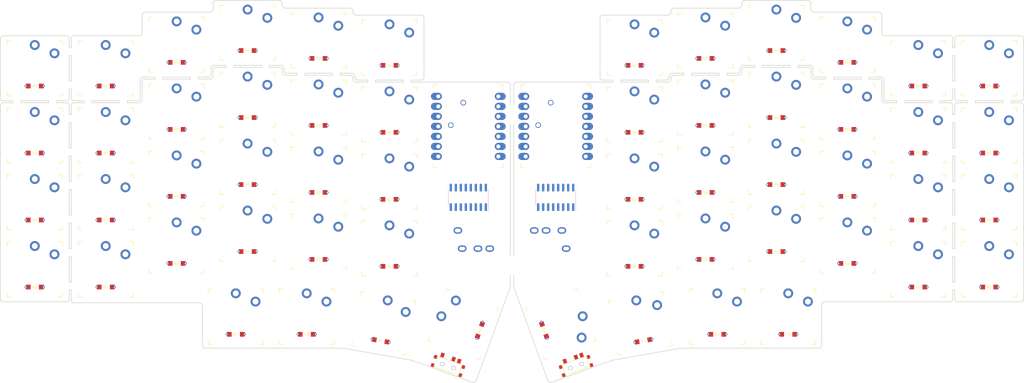
<source format=kicad_pcb>
(kicad_pcb (version 20171130) (host pcbnew 5.1.6)
  (title_block (title theSirens) (rev v1.0.0) (company Unknown))
  (layers (0 F.Cu signal) (31 B.Cu signal) (34 B.Paste user) (35 F.Paste user) (36 B.SilkS user) (37 F.SilkS user) (38 B.Mask user) (39 F.Mask user) (44 Edge.Cuts user))
  (net 0 "")
  (net 1 "c5")
  (net 2 "outer_bottom")
  (net 3 "r0")
  (net 4 "outer_home")
  (net 5 "r1")
  (net 6 "outer_top")
  (net 7 "r2")
  (net 8 "outer_numrow")
  (net 9 "r3")
  (net 10 "c4")
  (net 11 "pinky_bottom")
  (net 12 "pinky_home")
  (net 13 "pinky_top")
  (net 14 "pinky_numrow")
  (net 15 "c3")
  (net 16 "ring_bottom")
  (net 17 "ring_home")
  (net 18 "ring_top")
  (net 19 "ring_numrow")
  (net 20 "c2")
  (net 21 "middle_bottom")
  (net 22 "middle_home")
  (net 23 "middle_top")
  (net 24 "middle_numrow")
  (net 25 "c1")
  (net 26 "index_bottom")
  (net 27 "index_home")
  (net 28 "index_top")
  (net 29 "index_numrow")
  (net 30 "c0")
  (net 31 "inner_bottom")
  (net 32 "inner_home")
  (net 33 "inner_top")
  (net 34 "inner_numrow")
  (net 35 "c6")
  (net 36 "reachy_thumbs")
  (net 37 "outer_thumbs")
  (net 38 "middle_thumbs")
  (net 39 "inner_thumbs")
  (net 40 "RAW")
  (net 41 "GND")
  (net 42 "RST")
  (net 43 "BAT")
  (net 44 "3V3")
  (net 45 "x")
  (net 46 "SCK")
  (net 47 "MISO")
  (net 48 "MOSI")
  (net 49 "SR_CS")
  (net 50 "BAT-")
  (net 51 "D2")
  (net 52 "VCC")
  (net 53 "mirror_outer_bottom")
  (net 54 "mirror_outer_home")
  (net 55 "mirror_outer_top")
  (net 56 "mirror_outer_numrow")
  (net 57 "mirror_pinky_bottom")
  (net 58 "mirror_pinky_home")
  (net 59 "mirror_pinky_top")
  (net 60 "mirror_pinky_numrow")
  (net 61 "mirror_ring_bottom")
  (net 62 "mirror_ring_home")
  (net 63 "mirror_ring_top")
  (net 64 "mirror_ring_numrow")
  (net 65 "mirror_middle_bottom")
  (net 66 "mirror_middle_home")
  (net 67 "mirror_middle_top")
  (net 68 "mirror_middle_numrow")
  (net 69 "mirror_index_bottom")
  (net 70 "mirror_index_home")
  (net 71 "mirror_index_top")
  (net 72 "mirror_index_numrow")
  (net 73 "mirror_inner_bottom")
  (net 74 "mirror_inner_home")
  (net 75 "mirror_inner_top")
  (net 76 "mirror_inner_numrow")
  (net 77 "mirror_reachy_thumbs")
  (net 78 "mirror_outer_thumbs")
  (net 79 "mirror_middle_thumbs")
  (net 80 "mirror_inner_thumbs")
  (module PG1350 (layer F.Cu) (at 18 0 0)
    (fp_text reference "S1" hide)
    (fp_text value "" hide)
    (pad "" np_thru_hole circle (at 0 0) (size 3.429 3.429) (drill 3.429) (layers *.Cu *.Mask))
    (pad "" np_thru_hole circle (at 5.5 0) (size 1.7018 1.7018) (drill 1.7018) (layers *.Cu *.Mask))
    (pad "" np_thru_hole circle (at -5.5 0) (size 1.7018 1.7018) (drill 1.7018) (layers *.Cu *.Mask))
    (pad 1 thru_hole circle (at 5 -3.8) (size 2.5 2.5) (drill 1.5) (layers *.Cu B.Mask) (net 2 "outer_bottom"))
    (pad 2 thru_hole circle (at 0 -5.9) (size 2.5 2.5) (drill 1.5) (layers *.Cu B.Mask) (net 1 "c5"))
  )
  (module ComboDiode (layer F.Cu) (at 18 4.5 0)
    (fp_text reference "D1" hide)
    (fp_text value "" hide)
    (pad 1 smd rect (at -1.65 0 0) (size 1.2 1.2) (layers F.Cu F.Paste F.Mask) (net 3 "r0"))
    (pad 2 smd rect (at 1.65 0 0) (size 1.2 1.2) (layers F.Cu F.Paste F.Mask) (net 2 "outer_bottom"))
    (pad 2 thru_hole circle (at 2.25 0) (size 0.6 0.6) (drill 0.3) (layers *.Cu) (net 2 "outer_bottom"))
    (pad 1 thru_hole circle (at -2.25 0) (size 0.6 0.6) (drill 0.3) (layers *.Cu) (net 3 "r0"))
  )
  (module PG1350 (layer F.Cu) (at 18 -17 0)
    (fp_text reference "S2" hide)
    (fp_text value "" hide)
    (pad "" np_thru_hole circle (at 0 0) (size 3.429 3.429) (drill 3.429) (layers *.Cu *.Mask))
    (pad "" np_thru_hole circle (at 5.5 0) (size 1.7018 1.7018) (drill 1.7018) (layers *.Cu *.Mask))
    (pad "" np_thru_hole circle (at -5.5 0) (size 1.7018 1.7018) (drill 1.7018) (layers *.Cu *.Mask))
    (pad 1 thru_hole circle (at 5 -3.8) (size 2.5 2.5) (drill 1.5) (layers *.Cu B.Mask) (net 4 "outer_home"))
    (pad 2 thru_hole circle (at 0 -5.9) (size 2.5 2.5) (drill 1.5) (layers *.Cu B.Mask) (net 1 "c5"))
  )
  (module ComboDiode (layer F.Cu) (at 18 -12.5 0)
    (fp_text reference "D2" hide)
    (fp_text value "" hide)
    (pad 1 smd rect (at -1.65 0 0) (size 1.2 1.2) (layers F.Cu F.Paste F.Mask) (net 5 "r1"))
    (pad 2 smd rect (at 1.65 0 0) (size 1.2 1.2) (layers F.Cu F.Paste F.Mask) (net 4 "outer_home"))
    (pad 2 thru_hole circle (at 2.25 0) (size 0.6 0.6) (drill 0.3) (layers *.Cu) (net 4 "outer_home"))
    (pad 1 thru_hole circle (at -2.25 0) (size 0.6 0.6) (drill 0.3) (layers *.Cu) (net 5 "r1"))
  )
  (module PG1350 (layer F.Cu) (at 18 -34 0)
    (fp_text reference "S3" hide)
    (fp_text value "" hide)
    (pad "" np_thru_hole circle (at 0 0) (size 3.429 3.429) (drill 3.429) (layers *.Cu *.Mask))
    (pad "" np_thru_hole circle (at 5.5 0) (size 1.7018 1.7018) (drill 1.7018) (layers *.Cu *.Mask))
    (pad "" np_thru_hole circle (at -5.5 0) (size 1.7018 1.7018) (drill 1.7018) (layers *.Cu *.Mask))
    (pad 1 thru_hole circle (at 5 -3.8) (size 2.5 2.5) (drill 1.5) (layers *.Cu B.Mask) (net 6 "outer_top"))
    (pad 2 thru_hole circle (at 0 -5.9) (size 2.5 2.5) (drill 1.5) (layers *.Cu B.Mask) (net 1 "c5"))
  )
  (module ComboDiode (layer F.Cu) (at 18 -29.5 0)
    (fp_text reference "D3" hide)
    (fp_text value "" hide)
    (pad 1 smd rect (at -1.65 0 0) (size 1.2 1.2) (layers F.Cu F.Paste F.Mask) (net 7 "r2"))
    (pad 2 smd rect (at 1.65 0 0) (size 1.2 1.2) (layers F.Cu F.Paste F.Mask) (net 6 "outer_top"))
    (pad 2 thru_hole circle (at 2.25 0) (size 0.6 0.6) (drill 0.3) (layers *.Cu) (net 6 "outer_top"))
    (pad 1 thru_hole circle (at -2.25 0) (size 0.6 0.6) (drill 0.3) (layers *.Cu) (net 7 "r2"))
  )
  (module PG1350 (layer F.Cu) (at 18 -51 0)
    (fp_text reference "S4" hide)
    (fp_text value "" hide)
    (pad "" np_thru_hole circle (at 0 0) (size 3.429 3.429) (drill 3.429) (layers *.Cu *.Mask))
    (pad "" np_thru_hole circle (at 5.5 0) (size 1.7018 1.7018) (drill 1.7018) (layers *.Cu *.Mask))
    (pad "" np_thru_hole circle (at -5.5 0) (size 1.7018 1.7018) (drill 1.7018) (layers *.Cu *.Mask))
    (pad 1 thru_hole circle (at 5 -3.8) (size 2.5 2.5) (drill 1.5) (layers *.Cu B.Mask) (net 8 "outer_numrow"))
    (pad 2 thru_hole circle (at 0 -5.9) (size 2.5 2.5) (drill 1.5) (layers *.Cu B.Mask) (net 1 "c5"))
  )
  (module ComboDiode (layer F.Cu) (at 18 -46.5 0)
    (fp_text reference "D4" hide)
    (fp_text value "" hide)
    (pad 1 smd rect (at -1.65 0 0) (size 1.2 1.2) (layers F.Cu F.Paste F.Mask) (net 9 "r3"))
    (pad 2 smd rect (at 1.65 0 0) (size 1.2 1.2) (layers F.Cu F.Paste F.Mask) (net 8 "outer_numrow"))
    (pad 2 thru_hole circle (at 2.25 0) (size 0.6 0.6) (drill 0.3) (layers *.Cu) (net 8 "outer_numrow"))
    (pad 1 thru_hole circle (at -2.25 0) (size 0.6 0.6) (drill 0.3) (layers *.Cu) (net 9 "r3"))
  )
  (module PG1350 (layer F.Cu) (at 36 0 0)
    (fp_text reference "S5" hide)
    (fp_text value "" hide)
    (pad "" np_thru_hole circle (at 0 0) (size 3.429 3.429) (drill 3.429) (layers *.Cu *.Mask))
    (pad "" np_thru_hole circle (at 5.5 0) (size 1.7018 1.7018) (drill 1.7018) (layers *.Cu *.Mask))
    (pad "" np_thru_hole circle (at -5.5 0) (size 1.7018 1.7018) (drill 1.7018) (layers *.Cu *.Mask))
    (pad 1 thru_hole circle (at 5 -3.8) (size 2.5 2.5) (drill 1.5) (layers *.Cu B.Mask) (net 11 "pinky_bottom"))
    (pad 2 thru_hole circle (at 0 -5.9) (size 2.5 2.5) (drill 1.5) (layers *.Cu B.Mask) (net 10 "c4"))
  )
  (module ComboDiode (layer F.Cu) (at 36 4.5 0)
    (fp_text reference "D5" hide)
    (fp_text value "" hide)
    (pad 1 smd rect (at -1.65 0 0) (size 1.2 1.2) (layers F.Cu F.Paste F.Mask) (net 3 "r0"))
    (pad 2 smd rect (at 1.65 0 0) (size 1.2 1.2) (layers F.Cu F.Paste F.Mask) (net 11 "pinky_bottom"))
    (pad 2 thru_hole circle (at 2.25 0) (size 0.6 0.6) (drill 0.3) (layers *.Cu) (net 11 "pinky_bottom"))
    (pad 1 thru_hole circle (at -2.25 0) (size 0.6 0.6) (drill 0.3) (layers *.Cu) (net 3 "r0"))
  )
  (module PG1350 (layer F.Cu) (at 36 -17 0)
    (fp_text reference "S6" hide)
    (fp_text value "" hide)
    (pad "" np_thru_hole circle (at 0 0) (size 3.429 3.429) (drill 3.429) (layers *.Cu *.Mask))
    (pad "" np_thru_hole circle (at 5.5 0) (size 1.7018 1.7018) (drill 1.7018) (layers *.Cu *.Mask))
    (pad "" np_thru_hole circle (at -5.5 0) (size 1.7018 1.7018) (drill 1.7018) (layers *.Cu *.Mask))
    (pad 1 thru_hole circle (at 5 -3.8) (size 2.5 2.5) (drill 1.5) (layers *.Cu B.Mask) (net 12 "pinky_home"))
    (pad 2 thru_hole circle (at 0 -5.9) (size 2.5 2.5) (drill 1.5) (layers *.Cu B.Mask) (net 10 "c4"))
  )
  (module ComboDiode (layer F.Cu) (at 36 -12.5 0)
    (fp_text reference "D6" hide)
    (fp_text value "" hide)
    (pad 1 smd rect (at -1.65 0 0) (size 1.2 1.2) (layers F.Cu F.Paste F.Mask) (net 5 "r1"))
    (pad 2 smd rect (at 1.65 0 0) (size 1.2 1.2) (layers F.Cu F.Paste F.Mask) (net 12 "pinky_home"))
    (pad 2 thru_hole circle (at 2.25 0) (size 0.6 0.6) (drill 0.3) (layers *.Cu) (net 12 "pinky_home"))
    (pad 1 thru_hole circle (at -2.25 0) (size 0.6 0.6) (drill 0.3) (layers *.Cu) (net 5 "r1"))
  )
  (module PG1350 (layer F.Cu) (at 36 -34 0)
    (fp_text reference "S7" hide)
    (fp_text value "" hide)
    (pad "" np_thru_hole circle (at 0 0) (size 3.429 3.429) (drill 3.429) (layers *.Cu *.Mask))
    (pad "" np_thru_hole circle (at 5.5 0) (size 1.7018 1.7018) (drill 1.7018) (layers *.Cu *.Mask))
    (pad "" np_thru_hole circle (at -5.5 0) (size 1.7018 1.7018) (drill 1.7018) (layers *.Cu *.Mask))
    (pad 1 thru_hole circle (at 5 -3.8) (size 2.5 2.5) (drill 1.5) (layers *.Cu B.Mask) (net 13 "pinky_top"))
    (pad 2 thru_hole circle (at 0 -5.9) (size 2.5 2.5) (drill 1.5) (layers *.Cu B.Mask) (net 10 "c4"))
  )
  (module ComboDiode (layer F.Cu) (at 36 -29.5 0)
    (fp_text reference "D7" hide)
    (fp_text value "" hide)
    (pad 1 smd rect (at -1.65 0 0) (size 1.2 1.2) (layers F.Cu F.Paste F.Mask) (net 7 "r2"))
    (pad 2 smd rect (at 1.65 0 0) (size 1.2 1.2) (layers F.Cu F.Paste F.Mask) (net 13 "pinky_top"))
    (pad 2 thru_hole circle (at 2.25 0) (size 0.6 0.6) (drill 0.3) (layers *.Cu) (net 13 "pinky_top"))
    (pad 1 thru_hole circle (at -2.25 0) (size 0.6 0.6) (drill 0.3) (layers *.Cu) (net 7 "r2"))
  )
  (module PG1350 (layer F.Cu) (at 36 -51 0)
    (fp_text reference "S8" hide)
    (fp_text value "" hide)
    (pad "" np_thru_hole circle (at 0 0) (size 3.429 3.429) (drill 3.429) (layers *.Cu *.Mask))
    (pad "" np_thru_hole circle (at 5.5 0) (size 1.7018 1.7018) (drill 1.7018) (layers *.Cu *.Mask))
    (pad "" np_thru_hole circle (at -5.5 0) (size 1.7018 1.7018) (drill 1.7018) (layers *.Cu *.Mask))
    (pad 1 thru_hole circle (at 5 -3.8) (size 2.5 2.5) (drill 1.5) (layers *.Cu B.Mask) (net 14 "pinky_numrow"))
    (pad 2 thru_hole circle (at 0 -5.9) (size 2.5 2.5) (drill 1.5) (layers *.Cu B.Mask) (net 10 "c4"))
  )
  (module ComboDiode (layer F.Cu) (at 36 -46.5 0)
    (fp_text reference "D8" hide)
    (fp_text value "" hide)
    (pad 1 smd rect (at -1.65 0 0) (size 1.2 1.2) (layers F.Cu F.Paste F.Mask) (net 9 "r3"))
    (pad 2 smd rect (at 1.65 0 0) (size 1.2 1.2) (layers F.Cu F.Paste F.Mask) (net 14 "pinky_numrow"))
    (pad 2 thru_hole circle (at 2.25 0) (size 0.6 0.6) (drill 0.3) (layers *.Cu) (net 14 "pinky_numrow"))
    (pad 1 thru_hole circle (at -2.25 0) (size 0.6 0.6) (drill 0.3) (layers *.Cu) (net 9 "r3"))
  )
  (module PG1350 (layer F.Cu) (at 54 -6 0)
    (fp_text reference "S9" hide)
    (fp_text value "" hide)
    (pad "" np_thru_hole circle (at 0 0) (size 3.429 3.429) (drill 3.429) (layers *.Cu *.Mask))
    (pad "" np_thru_hole circle (at 5.5 0) (size 1.7018 1.7018) (drill 1.7018) (layers *.Cu *.Mask))
    (pad "" np_thru_hole circle (at -5.5 0) (size 1.7018 1.7018) (drill 1.7018) (layers *.Cu *.Mask))
    (pad 1 thru_hole circle (at 5 -3.8) (size 2.5 2.5) (drill 1.5) (layers *.Cu B.Mask) (net 16 "ring_bottom"))
    (pad 2 thru_hole circle (at 0 -5.9) (size 2.5 2.5) (drill 1.5) (layers *.Cu B.Mask) (net 15 "c3"))
  )
  (module ComboDiode (layer F.Cu) (at 54 -1.5 0)
    (fp_text reference "D9" hide)
    (fp_text value "" hide)
    (pad 1 smd rect (at -1.65 0 0) (size 1.2 1.2) (layers F.Cu F.Paste F.Mask) (net 3 "r0"))
    (pad 2 smd rect (at 1.65 0 0) (size 1.2 1.2) (layers F.Cu F.Paste F.Mask) (net 16 "ring_bottom"))
    (pad 2 thru_hole circle (at 2.25 0) (size 0.6 0.6) (drill 0.3) (layers *.Cu) (net 16 "ring_bottom"))
    (pad 1 thru_hole circle (at -2.25 0) (size 0.6 0.6) (drill 0.3) (layers *.Cu) (net 3 "r0"))
  )
  (module PG1350 (layer F.Cu) (at 54 -23 0)
    (fp_text reference "S10" hide)
    (fp_text value "" hide)
    (pad "" np_thru_hole circle (at 0 0) (size 3.429 3.429) (drill 3.429) (layers *.Cu *.Mask))
    (pad "" np_thru_hole circle (at 5.5 0) (size 1.7018 1.7018) (drill 1.7018) (layers *.Cu *.Mask))
    (pad "" np_thru_hole circle (at -5.5 0) (size 1.7018 1.7018) (drill 1.7018) (layers *.Cu *.Mask))
    (pad 1 thru_hole circle (at 5 -3.8) (size 2.5 2.5) (drill 1.5) (layers *.Cu B.Mask) (net 17 "ring_home"))
    (pad 2 thru_hole circle (at 0 -5.9) (size 2.5 2.5) (drill 1.5) (layers *.Cu B.Mask) (net 15 "c3"))
  )
  (module ComboDiode (layer F.Cu) (at 54 -18.5 0)
    (fp_text reference "D10" hide)
    (fp_text value "" hide)
    (pad 1 smd rect (at -1.65 0 0) (size 1.2 1.2) (layers F.Cu F.Paste F.Mask) (net 5 "r1"))
    (pad 2 smd rect (at 1.65 0 0) (size 1.2 1.2) (layers F.Cu F.Paste F.Mask) (net 17 "ring_home"))
    (pad 2 thru_hole circle (at 2.25 0) (size 0.6 0.6) (drill 0.3) (layers *.Cu) (net 17 "ring_home"))
    (pad 1 thru_hole circle (at -2.25 0) (size 0.6 0.6) (drill 0.3) (layers *.Cu) (net 5 "r1"))
  )
  (module PG1350 (layer F.Cu) (at 54 -40 0)
    (fp_text reference "S11" hide)
    (fp_text value "" hide)
    (pad "" np_thru_hole circle (at 0 0) (size 3.429 3.429) (drill 3.429) (layers *.Cu *.Mask))
    (pad "" np_thru_hole circle (at 5.5 0) (size 1.7018 1.7018) (drill 1.7018) (layers *.Cu *.Mask))
    (pad "" np_thru_hole circle (at -5.5 0) (size 1.7018 1.7018) (drill 1.7018) (layers *.Cu *.Mask))
    (pad 1 thru_hole circle (at 5 -3.8) (size 2.5 2.5) (drill 1.5) (layers *.Cu B.Mask) (net 18 "ring_top"))
    (pad 2 thru_hole circle (at 0 -5.9) (size 2.5 2.5) (drill 1.5) (layers *.Cu B.Mask) (net 15 "c3"))
  )
  (module ComboDiode (layer F.Cu) (at 54 -35.5 0)
    (fp_text reference "D11" hide)
    (fp_text value "" hide)
    (pad 1 smd rect (at -1.65 0 0) (size 1.2 1.2) (layers F.Cu F.Paste F.Mask) (net 7 "r2"))
    (pad 2 smd rect (at 1.65 0 0) (size 1.2 1.2) (layers F.Cu F.Paste F.Mask) (net 18 "ring_top"))
    (pad 2 thru_hole circle (at 2.25 0) (size 0.6 0.6) (drill 0.3) (layers *.Cu) (net 18 "ring_top"))
    (pad 1 thru_hole circle (at -2.25 0) (size 0.6 0.6) (drill 0.3) (layers *.Cu) (net 7 "r2"))
  )
  (module PG1350 (layer F.Cu) (at 54 -57 0)
    (fp_text reference "S12" hide)
    (fp_text value "" hide)
    (pad "" np_thru_hole circle (at 0 0) (size 3.429 3.429) (drill 3.429) (layers *.Cu *.Mask))
    (pad "" np_thru_hole circle (at 5.5 0) (size 1.7018 1.7018) (drill 1.7018) (layers *.Cu *.Mask))
    (pad "" np_thru_hole circle (at -5.5 0) (size 1.7018 1.7018) (drill 1.7018) (layers *.Cu *.Mask))
    (pad 1 thru_hole circle (at 5 -3.8) (size 2.5 2.5) (drill 1.5) (layers *.Cu B.Mask) (net 19 "ring_numrow"))
    (pad 2 thru_hole circle (at 0 -5.9) (size 2.5 2.5) (drill 1.5) (layers *.Cu B.Mask) (net 15 "c3"))
  )
  (module ComboDiode (layer F.Cu) (at 54 -52.5 0)
    (fp_text reference "D12" hide)
    (fp_text value "" hide)
    (pad 1 smd rect (at -1.65 0 0) (size 1.2 1.2) (layers F.Cu F.Paste F.Mask) (net 9 "r3"))
    (pad 2 smd rect (at 1.65 0 0) (size 1.2 1.2) (layers F.Cu F.Paste F.Mask) (net 19 "ring_numrow"))
    (pad 2 thru_hole circle (at 2.25 0) (size 0.6 0.6) (drill 0.3) (layers *.Cu) (net 19 "ring_numrow"))
    (pad 1 thru_hole circle (at -2.25 0) (size 0.6 0.6) (drill 0.3) (layers *.Cu) (net 9 "r3"))
  )
  (module PG1350 (layer F.Cu) (at 72 -9 0)
    (fp_text reference "S13" hide)
    (fp_text value "" hide)
    (pad "" np_thru_hole circle (at 0 0) (size 3.429 3.429) (drill 3.429) (layers *.Cu *.Mask))
    (pad "" np_thru_hole circle (at 5.5 0) (size 1.7018 1.7018) (drill 1.7018) (layers *.Cu *.Mask))
    (pad "" np_thru_hole circle (at -5.5 0) (size 1.7018 1.7018) (drill 1.7018) (layers *.Cu *.Mask))
    (pad 1 thru_hole circle (at 5 -3.8) (size 2.5 2.5) (drill 1.5) (layers *.Cu B.Mask) (net 21 "middle_bottom"))
    (pad 2 thru_hole circle (at 0 -5.9) (size 2.5 2.5) (drill 1.5) (layers *.Cu B.Mask) (net 20 "c2"))
  )
  (module ComboDiode (layer F.Cu) (at 72 -4.5 0)
    (fp_text reference "D13" hide)
    (fp_text value "" hide)
    (pad 1 smd rect (at -1.65 0 0) (size 1.2 1.2) (layers F.Cu F.Paste F.Mask) (net 3 "r0"))
    (pad 2 smd rect (at 1.65 0 0) (size 1.2 1.2) (layers F.Cu F.Paste F.Mask) (net 21 "middle_bottom"))
    (pad 2 thru_hole circle (at 2.25 0) (size 0.6 0.6) (drill 0.3) (layers *.Cu) (net 21 "middle_bottom"))
    (pad 1 thru_hole circle (at -2.25 0) (size 0.6 0.6) (drill 0.3) (layers *.Cu) (net 3 "r0"))
  )
  (module PG1350 (layer F.Cu) (at 72 -26 0)
    (fp_text reference "S14" hide)
    (fp_text value "" hide)
    (pad "" np_thru_hole circle (at 0 0) (size 3.429 3.429) (drill 3.429) (layers *.Cu *.Mask))
    (pad "" np_thru_hole circle (at 5.5 0) (size 1.7018 1.7018) (drill 1.7018) (layers *.Cu *.Mask))
    (pad "" np_thru_hole circle (at -5.5 0) (size 1.7018 1.7018) (drill 1.7018) (layers *.Cu *.Mask))
    (pad 1 thru_hole circle (at 5 -3.8) (size 2.5 2.5) (drill 1.5) (layers *.Cu B.Mask) (net 22 "middle_home"))
    (pad 2 thru_hole circle (at 0 -5.9) (size 2.5 2.5) (drill 1.5) (layers *.Cu B.Mask) (net 20 "c2"))
  )
  (module ComboDiode (layer F.Cu) (at 72 -21.5 0)
    (fp_text reference "D14" hide)
    (fp_text value "" hide)
    (pad 1 smd rect (at -1.65 0 0) (size 1.2 1.2) (layers F.Cu F.Paste F.Mask) (net 5 "r1"))
    (pad 2 smd rect (at 1.65 0 0) (size 1.2 1.2) (layers F.Cu F.Paste F.Mask) (net 22 "middle_home"))
    (pad 2 thru_hole circle (at 2.25 0) (size 0.6 0.6) (drill 0.3) (layers *.Cu) (net 22 "middle_home"))
    (pad 1 thru_hole circle (at -2.25 0) (size 0.6 0.6) (drill 0.3) (layers *.Cu) (net 5 "r1"))
  )
  (module PG1350 (layer F.Cu) (at 72 -43 0)
    (fp_text reference "S15" hide)
    (fp_text value "" hide)
    (pad "" np_thru_hole circle (at 0 0) (size 3.429 3.429) (drill 3.429) (layers *.Cu *.Mask))
    (pad "" np_thru_hole circle (at 5.5 0) (size 1.7018 1.7018) (drill 1.7018) (layers *.Cu *.Mask))
    (pad "" np_thru_hole circle (at -5.5 0) (size 1.7018 1.7018) (drill 1.7018) (layers *.Cu *.Mask))
    (pad 1 thru_hole circle (at 5 -3.8) (size 2.5 2.5) (drill 1.5) (layers *.Cu B.Mask) (net 23 "middle_top"))
    (pad 2 thru_hole circle (at 0 -5.9) (size 2.5 2.5) (drill 1.5) (layers *.Cu B.Mask) (net 20 "c2"))
  )
  (module ComboDiode (layer F.Cu) (at 72 -38.5 0)
    (fp_text reference "D15" hide)
    (fp_text value "" hide)
    (pad 1 smd rect (at -1.65 0 0) (size 1.2 1.2) (layers F.Cu F.Paste F.Mask) (net 7 "r2"))
    (pad 2 smd rect (at 1.65 0 0) (size 1.2 1.2) (layers F.Cu F.Paste F.Mask) (net 23 "middle_top"))
    (pad 2 thru_hole circle (at 2.25 0) (size 0.6 0.6) (drill 0.3) (layers *.Cu) (net 23 "middle_top"))
    (pad 1 thru_hole circle (at -2.25 0) (size 0.6 0.6) (drill 0.3) (layers *.Cu) (net 7 "r2"))
  )
  (module PG1350 (layer F.Cu) (at 72 -60 0)
    (fp_text reference "S16" hide)
    (fp_text value "" hide)
    (pad "" np_thru_hole circle (at 0 0) (size 3.429 3.429) (drill 3.429) (layers *.Cu *.Mask))
    (pad "" np_thru_hole circle (at 5.5 0) (size 1.7018 1.7018) (drill 1.7018) (layers *.Cu *.Mask))
    (pad "" np_thru_hole circle (at -5.5 0) (size 1.7018 1.7018) (drill 1.7018) (layers *.Cu *.Mask))
    (pad 1 thru_hole circle (at 5 -3.8) (size 2.5 2.5) (drill 1.5) (layers *.Cu B.Mask) (net 24 "middle_numrow"))
    (pad 2 thru_hole circle (at 0 -5.9) (size 2.5 2.5) (drill 1.5) (layers *.Cu B.Mask) (net 20 "c2"))
  )
  (module ComboDiode (layer F.Cu) (at 72 -55.5 0)
    (fp_text reference "D16" hide)
    (fp_text value "" hide)
    (pad 1 smd rect (at -1.65 0 0) (size 1.2 1.2) (layers F.Cu F.Paste F.Mask) (net 9 "r3"))
    (pad 2 smd rect (at 1.65 0 0) (size 1.2 1.2) (layers F.Cu F.Paste F.Mask) (net 24 "middle_numrow"))
    (pad 2 thru_hole circle (at 2.25 0) (size 0.6 0.6) (drill 0.3) (layers *.Cu) (net 24 "middle_numrow"))
    (pad 1 thru_hole circle (at -2.25 0) (size 0.6 0.6) (drill 0.3) (layers *.Cu) (net 9 "r3"))
  )
  (module PG1350 (layer F.Cu) (at 90 -7 0)
    (fp_text reference "S17" hide)
    (fp_text value "" hide)
    (pad "" np_thru_hole circle (at 0 0) (size 3.429 3.429) (drill 3.429) (layers *.Cu *.Mask))
    (pad "" np_thru_hole circle (at 5.5 0) (size 1.7018 1.7018) (drill 1.7018) (layers *.Cu *.Mask))
    (pad "" np_thru_hole circle (at -5.5 0) (size 1.7018 1.7018) (drill 1.7018) (layers *.Cu *.Mask))
    (pad 1 thru_hole circle (at 5 -3.8) (size 2.5 2.5) (drill 1.5) (layers *.Cu B.Mask) (net 26 "index_bottom"))
    (pad 2 thru_hole circle (at 0 -5.9) (size 2.5 2.5) (drill 1.5) (layers *.Cu B.Mask) (net 25 "c1"))
  )
  (module ComboDiode (layer F.Cu) (at 90 -2.5 0)
    (fp_text reference "D17" hide)
    (fp_text value "" hide)
    (pad 1 smd rect (at -1.65 0 0) (size 1.2 1.2) (layers F.Cu F.Paste F.Mask) (net 3 "r0"))
    (pad 2 smd rect (at 1.65 0 0) (size 1.2 1.2) (layers F.Cu F.Paste F.Mask) (net 26 "index_bottom"))
    (pad 2 thru_hole circle (at 2.25 0) (size 0.6 0.6) (drill 0.3) (layers *.Cu) (net 26 "index_bottom"))
    (pad 1 thru_hole circle (at -2.25 0) (size 0.6 0.6) (drill 0.3) (layers *.Cu) (net 3 "r0"))
  )
  (module PG1350 (layer F.Cu) (at 90 -24 0)
    (fp_text reference "S18" hide)
    (fp_text value "" hide)
    (pad "" np_thru_hole circle (at 0 0) (size 3.429 3.429) (drill 3.429) (layers *.Cu *.Mask))
    (pad "" np_thru_hole circle (at 5.5 0) (size 1.7018 1.7018) (drill 1.7018) (layers *.Cu *.Mask))
    (pad "" np_thru_hole circle (at -5.5 0) (size 1.7018 1.7018) (drill 1.7018) (layers *.Cu *.Mask))
    (pad 1 thru_hole circle (at 5 -3.8) (size 2.5 2.5) (drill 1.5) (layers *.Cu B.Mask) (net 27 "index_home"))
    (pad 2 thru_hole circle (at 0 -5.9) (size 2.5 2.5) (drill 1.5) (layers *.Cu B.Mask) (net 25 "c1"))
  )
  (module ComboDiode (layer F.Cu) (at 90 -19.5 0)
    (fp_text reference "D18" hide)
    (fp_text value "" hide)
    (pad 1 smd rect (at -1.65 0 0) (size 1.2 1.2) (layers F.Cu F.Paste F.Mask) (net 5 "r1"))
    (pad 2 smd rect (at 1.65 0 0) (size 1.2 1.2) (layers F.Cu F.Paste F.Mask) (net 27 "index_home"))
    (pad 2 thru_hole circle (at 2.25 0) (size 0.6 0.6) (drill 0.3) (layers *.Cu) (net 27 "index_home"))
    (pad 1 thru_hole circle (at -2.25 0) (size 0.6 0.6) (drill 0.3) (layers *.Cu) (net 5 "r1"))
  )
  (module PG1350 (layer F.Cu) (at 90 -41 0)
    (fp_text reference "S19" hide)
    (fp_text value "" hide)
    (pad "" np_thru_hole circle (at 0 0) (size 3.429 3.429) (drill 3.429) (layers *.Cu *.Mask))
    (pad "" np_thru_hole circle (at 5.5 0) (size 1.7018 1.7018) (drill 1.7018) (layers *.Cu *.Mask))
    (pad "" np_thru_hole circle (at -5.5 0) (size 1.7018 1.7018) (drill 1.7018) (layers *.Cu *.Mask))
    (pad 1 thru_hole circle (at 5 -3.8) (size 2.5 2.5) (drill 1.5) (layers *.Cu B.Mask) (net 28 "index_top"))
    (pad 2 thru_hole circle (at 0 -5.9) (size 2.5 2.5) (drill 1.5) (layers *.Cu B.Mask) (net 25 "c1"))
  )
  (module ComboDiode (layer F.Cu) (at 90 -36.5 0)
    (fp_text reference "D19" hide)
    (fp_text value "" hide)
    (pad 1 smd rect (at -1.65 0 0) (size 1.2 1.2) (layers F.Cu F.Paste F.Mask) (net 7 "r2"))
    (pad 2 smd rect (at 1.65 0 0) (size 1.2 1.2) (layers F.Cu F.Paste F.Mask) (net 28 "index_top"))
    (pad 2 thru_hole circle (at 2.25 0) (size 0.6 0.6) (drill 0.3) (layers *.Cu) (net 28 "index_top"))
    (pad 1 thru_hole circle (at -2.25 0) (size 0.6 0.6) (drill 0.3) (layers *.Cu) (net 7 "r2"))
  )
  (module PG1350 (layer F.Cu) (at 90 -58 0)
    (fp_text reference "S20" hide)
    (fp_text value "" hide)
    (pad "" np_thru_hole circle (at 0 0) (size 3.429 3.429) (drill 3.429) (layers *.Cu *.Mask))
    (pad "" np_thru_hole circle (at 5.5 0) (size 1.7018 1.7018) (drill 1.7018) (layers *.Cu *.Mask))
    (pad "" np_thru_hole circle (at -5.5 0) (size 1.7018 1.7018) (drill 1.7018) (layers *.Cu *.Mask))
    (pad 1 thru_hole circle (at 5 -3.8) (size 2.5 2.5) (drill 1.5) (layers *.Cu B.Mask) (net 29 "index_numrow"))
    (pad 2 thru_hole circle (at 0 -5.9) (size 2.5 2.5) (drill 1.5) (layers *.Cu B.Mask) (net 25 "c1"))
  )
  (module ComboDiode (layer F.Cu) (at 90 -53.5 0)
    (fp_text reference "D20" hide)
    (fp_text value "" hide)
    (pad 1 smd rect (at -1.65 0 0) (size 1.2 1.2) (layers F.Cu F.Paste F.Mask) (net 9 "r3"))
    (pad 2 smd rect (at 1.65 0 0) (size 1.2 1.2) (layers F.Cu F.Paste F.Mask) (net 29 "index_numrow"))
    (pad 2 thru_hole circle (at 2.25 0) (size 0.6 0.6) (drill 0.3) (layers *.Cu) (net 29 "index_numrow"))
    (pad 1 thru_hole circle (at -2.25 0) (size 0.6 0.6) (drill 0.3) (layers *.Cu) (net 9 "r3"))
  )
  (module PG1350 (layer F.Cu) (at 108 -5.25 0)
    (fp_text reference "S21" hide)
    (fp_text value "" hide)
    (pad "" np_thru_hole circle (at 0 0) (size 3.429 3.429) (drill 3.429) (layers *.Cu *.Mask))
    (pad "" np_thru_hole circle (at 5.5 0) (size 1.7018 1.7018) (drill 1.7018) (layers *.Cu *.Mask))
    (pad "" np_thru_hole circle (at -5.5 0) (size 1.7018 1.7018) (drill 1.7018) (layers *.Cu *.Mask))
    (pad 1 thru_hole circle (at 5 -3.8) (size 2.5 2.5) (drill 1.5) (layers *.Cu B.Mask) (net 31 "inner_bottom"))
    (pad 2 thru_hole circle (at 0 -5.9) (size 2.5 2.5) (drill 1.5) (layers *.Cu B.Mask) (net 30 "c0"))
  )
  (module ComboDiode (layer F.Cu) (at 108 -0.75 0)
    (fp_text reference "D21" hide)
    (fp_text value "" hide)
    (pad 1 smd rect (at -1.65 0 0) (size 1.2 1.2) (layers F.Cu F.Paste F.Mask) (net 3 "r0"))
    (pad 2 smd rect (at 1.65 0 0) (size 1.2 1.2) (layers F.Cu F.Paste F.Mask) (net 31 "inner_bottom"))
    (pad 2 thru_hole circle (at 2.25 0) (size 0.6 0.6) (drill 0.3) (layers *.Cu) (net 31 "inner_bottom"))
    (pad 1 thru_hole circle (at -2.25 0) (size 0.6 0.6) (drill 0.3) (layers *.Cu) (net 3 "r0"))
  )
  (module PG1350 (layer F.Cu) (at 108 -22.25 0)
    (fp_text reference "S22" hide)
    (fp_text value "" hide)
    (pad "" np_thru_hole circle (at 0 0) (size 3.429 3.429) (drill 3.429) (layers *.Cu *.Mask))
    (pad "" np_thru_hole circle (at 5.5 0) (size 1.7018 1.7018) (drill 1.7018) (layers *.Cu *.Mask))
    (pad "" np_thru_hole circle (at -5.5 0) (size 1.7018 1.7018) (drill 1.7018) (layers *.Cu *.Mask))
    (pad 1 thru_hole circle (at 5 -3.8) (size 2.5 2.5) (drill 1.5) (layers *.Cu B.Mask) (net 32 "inner_home"))
    (pad 2 thru_hole circle (at 0 -5.9) (size 2.5 2.5) (drill 1.5) (layers *.Cu B.Mask) (net 30 "c0"))
  )
  (module ComboDiode (layer F.Cu) (at 108 -17.75 0)
    (fp_text reference "D22" hide)
    (fp_text value "" hide)
    (pad 1 smd rect (at -1.65 0 0) (size 1.2 1.2) (layers F.Cu F.Paste F.Mask) (net 5 "r1"))
    (pad 2 smd rect (at 1.65 0 0) (size 1.2 1.2) (layers F.Cu F.Paste F.Mask) (net 32 "inner_home"))
    (pad 2 thru_hole circle (at 2.25 0) (size 0.6 0.6) (drill 0.3) (layers *.Cu) (net 32 "inner_home"))
    (pad 1 thru_hole circle (at -2.25 0) (size 0.6 0.6) (drill 0.3) (layers *.Cu) (net 5 "r1"))
  )
  (module PG1350 (layer F.Cu) (at 108 -39.25 0)
    (fp_text reference "S23" hide)
    (fp_text value "" hide)
    (pad "" np_thru_hole circle (at 0 0) (size 3.429 3.429) (drill 3.429) (layers *.Cu *.Mask))
    (pad "" np_thru_hole circle (at 5.5 0) (size 1.7018 1.7018) (drill 1.7018) (layers *.Cu *.Mask))
    (pad "" np_thru_hole circle (at -5.5 0) (size 1.7018 1.7018) (drill 1.7018) (layers *.Cu *.Mask))
    (pad 1 thru_hole circle (at 5 -3.8) (size 2.5 2.5) (drill 1.5) (layers *.Cu B.Mask) (net 33 "inner_top"))
    (pad 2 thru_hole circle (at 0 -5.9) (size 2.5 2.5) (drill 1.5) (layers *.Cu B.Mask) (net 30 "c0"))
  )
  (module ComboDiode (layer F.Cu) (at 108 -34.75 0)
    (fp_text reference "D23" hide)
    (fp_text value "" hide)
    (pad 1 smd rect (at -1.65 0 0) (size 1.2 1.2) (layers F.Cu F.Paste F.Mask) (net 7 "r2"))
    (pad 2 smd rect (at 1.65 0 0) (size 1.2 1.2) (layers F.Cu F.Paste F.Mask) (net 33 "inner_top"))
    (pad 2 thru_hole circle (at 2.25 0) (size 0.6 0.6) (drill 0.3) (layers *.Cu) (net 33 "inner_top"))
    (pad 1 thru_hole circle (at -2.25 0) (size 0.6 0.6) (drill 0.3) (layers *.Cu) (net 7 "r2"))
  )
  (module PG1350 (layer F.Cu) (at 108 -56.25 0)
    (fp_text reference "S24" hide)
    (fp_text value "" hide)
    (pad "" np_thru_hole circle (at 0 0) (size 3.429 3.429) (drill 3.429) (layers *.Cu *.Mask))
    (pad "" np_thru_hole circle (at 5.5 0) (size 1.7018 1.7018) (drill 1.7018) (layers *.Cu *.Mask))
    (pad "" np_thru_hole circle (at -5.5 0) (size 1.7018 1.7018) (drill 1.7018) (layers *.Cu *.Mask))
    (pad 1 thru_hole circle (at 5 -3.8) (size 2.5 2.5) (drill 1.5) (layers *.Cu B.Mask) (net 34 "inner_numrow"))
    (pad 2 thru_hole circle (at 0 -5.9) (size 2.5 2.5) (drill 1.5) (layers *.Cu B.Mask) (net 30 "c0"))
  )
  (module ComboDiode (layer F.Cu) (at 108 -51.75 0)
    (fp_text reference "D24" hide)
    (fp_text value "" hide)
    (pad 1 smd rect (at -1.65 0 0) (size 1.2 1.2) (layers F.Cu F.Paste F.Mask) (net 9 "r3"))
    (pad 2 smd rect (at 1.65 0 0) (size 1.2 1.2) (layers F.Cu F.Paste F.Mask) (net 34 "inner_numrow"))
    (pad 2 thru_hole circle (at 2.25 0) (size 0.6 0.6) (drill 0.3) (layers *.Cu) (net 34 "inner_numrow"))
    (pad 1 thru_hole circle (at -2.25 0) (size 0.6 0.6) (drill 0.3) (layers *.Cu) (net 9 "r3"))
  )
  (module PG1350 (layer F.Cu) (at 69 12 0)
    (fp_text reference "S25" hide)
    (fp_text value "" hide)
    (pad "" np_thru_hole circle (at 0 0) (size 3.429 3.429) (drill 3.429) (layers *.Cu *.Mask))
    (pad "" np_thru_hole circle (at 5.5 0) (size 1.7018 1.7018) (drill 1.7018) (layers *.Cu *.Mask))
    (pad "" np_thru_hole circle (at -5.5 0) (size 1.7018 1.7018) (drill 1.7018) (layers *.Cu *.Mask))
    (pad 1 thru_hole circle (at 5 -3.8) (size 2.5 2.5) (drill 1.5) (layers *.Cu B.Mask) (net 36 "reachy_thumbs"))
    (pad 2 thru_hole circle (at 0 -5.9) (size 2.5 2.5) (drill 1.5) (layers *.Cu B.Mask) (net 35 "c6"))
  )
  (module ComboDiode (layer F.Cu) (at 69 16.5 0)
    (fp_text reference "D25" hide)
    (fp_text value "" hide)
    (pad 1 smd rect (at -1.65 0 0) (size 1.2 1.2) (layers F.Cu F.Paste F.Mask) (net 3 "r0"))
    (pad 2 smd rect (at 1.65 0 0) (size 1.2 1.2) (layers F.Cu F.Paste F.Mask) (net 36 "reachy_thumbs"))
    (pad 2 thru_hole circle (at 2.25 0) (size 0.6 0.6) (drill 0.3) (layers *.Cu) (net 36 "reachy_thumbs"))
    (pad 1 thru_hole circle (at -2.25 0) (size 0.6 0.6) (drill 0.3) (layers *.Cu) (net 3 "r0"))
  )
  (module PG1350 (layer F.Cu) (at 87 12 0)
    (fp_text reference "S26" hide)
    (fp_text value "" hide)
    (pad "" np_thru_hole circle (at 0 0) (size 3.429 3.429) (drill 3.429) (layers *.Cu *.Mask))
    (pad "" np_thru_hole circle (at 5.5 0) (size 1.7018 1.7018) (drill 1.7018) (layers *.Cu *.Mask))
    (pad "" np_thru_hole circle (at -5.5 0) (size 1.7018 1.7018) (drill 1.7018) (layers *.Cu *.Mask))
    (pad 1 thru_hole circle (at 5 -3.8) (size 2.5 2.5) (drill 1.5) (layers *.Cu B.Mask) (net 37 "outer_thumbs"))
    (pad 2 thru_hole circle (at 0 -5.9) (size 2.5 2.5) (drill 1.5) (layers *.Cu B.Mask) (net 35 "c6"))
  )
  (module ComboDiode (layer F.Cu) (at 87 16.5 0)
    (fp_text reference "D26" hide)
    (fp_text value "" hide)
    (pad 1 smd rect (at -1.65 0 0) (size 1.2 1.2) (layers F.Cu F.Paste F.Mask) (net 5 "r1"))
    (pad 2 smd rect (at 1.65 0 0) (size 1.2 1.2) (layers F.Cu F.Paste F.Mask) (net 37 "outer_thumbs"))
    (pad 2 thru_hole circle (at 2.25 0) (size 0.6 0.6) (drill 0.3) (layers *.Cu) (net 37 "outer_thumbs"))
    (pad 1 thru_hole circle (at -2.25 0) (size 0.6 0.6) (drill 0.3) (layers *.Cu) (net 5 "r1"))
  )
  (module PG1350 (layer F.Cu) (at 106.5261034 13.6995638 -10)
    (fp_text reference "S27" hide)
    (fp_text value "" hide)
    (pad "" np_thru_hole circle (at 0 0) (size 3.429 3.429) (drill 3.429) (layers *.Cu *.Mask))
    (pad "" np_thru_hole circle (at 5.5 0) (size 1.7018 1.7018) (drill 1.7018) (layers *.Cu *.Mask))
    (pad "" np_thru_hole circle (at -5.5 0) (size 1.7018 1.7018) (drill 1.7018) (layers *.Cu *.Mask))
    (pad 1 thru_hole circle (at 5 -3.8) (size 2.5 2.5) (drill 1.5) (layers *.Cu B.Mask) (net 38 "middle_thumbs"))
    (pad 2 thru_hole circle (at 0 -5.9) (size 2.5 2.5) (drill 1.5) (layers *.Cu B.Mask) (net 35 "c6"))
  )
  (module ComboDiode (layer F.Cu) (at 105.7446866 18.1311987 -10)
    (fp_text reference "D27" hide)
    (fp_text value "" hide)
    (pad 1 smd rect (at -1.65 0 -10) (size 1.2 1.2) (layers F.Cu F.Paste F.Mask) (net 7 "r2"))
    (pad 2 smd rect (at 1.65 0 -10) (size 1.2 1.2) (layers F.Cu F.Paste F.Mask) (net 38 "middle_thumbs"))
    (pad 2 thru_hole circle (at 2.25 0) (size 0.6 0.6) (drill 0.3) (layers *.Cu) (net 38 "middle_thumbs"))
    (pad 1 thru_hole circle (at -2.25 0) (size 0.6 0.6) (drill 0.3) (layers *.Cu) (net 7 "r2"))
  )
  (module PG1350 (layer F.Cu) (at 126.69523299999999 13.9317079 70)
    (fp_text reference "S28" hide)
    (fp_text value "" hide)
    (pad "" np_thru_hole circle (at 0 0) (size 3.429 3.429) (drill 3.429) (layers *.Cu *.Mask))
    (pad "" np_thru_hole circle (at 5.5 0) (size 1.7018 1.7018) (drill 1.7018) (layers *.Cu *.Mask))
    (pad "" np_thru_hole circle (at -5.5 0) (size 1.7018 1.7018) (drill 1.7018) (layers *.Cu *.Mask))
    (pad 1 thru_hole circle (at 5 -3.8) (size 2.5 2.5) (drill 1.5) (layers *.Cu B.Mask) (net 39 "inner_thumbs"))
    (pad 2 thru_hole circle (at 0 -5.9) (size 2.5 2.5) (drill 1.5) (layers *.Cu B.Mask) (net 35 "c6"))
  )
  (module ComboDiode (layer F.Cu) (at 130.9238498 15.470798499999999 70)
    (fp_text reference "D28" hide)
    (fp_text value "" hide)
    (pad 1 smd rect (at -1.65 0 70) (size 1.2 1.2) (layers F.Cu F.Paste F.Mask) (net 9 "r3"))
    (pad 2 smd rect (at 1.65 0 70) (size 1.2 1.2) (layers F.Cu F.Paste F.Mask) (net 39 "inner_thumbs"))
    (pad 2 thru_hole circle (at 2.25 0) (size 0.6 0.6) (drill 0.3) (layers *.Cu) (net 39 "inner_thumbs"))
    (pad 1 thru_hole circle (at -2.25 0) (size 0.6 0.6) (drill 0.3) (layers *.Cu) (net 9 "r3"))
  )
  (footprint "xiao-ble-tht" (layer "F.Cu") (at 128 -36.25 0)
    (fp_text reference "XIAO1" hide)
    (pad "1" thru_hole oval (at -7.62 -7.62 0) (size 2.75 1.8) (drill 1 (offset -0.475 0)) (layers *.Cu *.Mask) (net 9 "r3"))
    (pad "2" thru_hole oval (at -7.62 -5.08 0) (size 2.75 1.8) (drill 1 (offset -0.475 0)) (layers *.Cu *.Mask) (net 7 "r2"))
    (pad "3" thru_hole oval (at -7.62 -2.54 0) (size 2.75 1.8) (drill 1 (offset -0.475 0)) (layers *.Cu *.Mask) (net 5 "r1"))
    (pad "4" thru_hole oval (at -7.62 0 0) (size 2.75 1.8) (drill 1 (offset -0.475 0)) (layers *.Cu *.Mask) (net 3 "r0"))
    (pad "5" thru_hole oval (at -7.62 2.54 0) (size 2.75 1.8) (drill 1 (offset -0.475 0)) (layers *.Cu *.Mask) (net 45 "x"))
    (pad "6" thru_hole oval (at -7.62 5.08 0) (size 2.75 1.8) (drill 1 (offset -0.475 0)) (layers *.Cu *.Mask) (net 45 "x"))
    (pad "7" thru_hole oval (at -7.62 7.62 0) (size 2.75 1.8) (drill 1 (offset -0.475 0)) (layers *.Cu *.Mask) (net 45 "x"))
    (pad "8" thru_hole oval (at 7.62 7.62 180) (size 2.75 1.8) (drill 1 (offset -0.475 0)) (layers *.Cu *.Mask) (net 45 "x"))
    (pad "9" thru_hole oval (at 7.62 5.08 180) (size 2.75 1.8) (drill 1 (offset -0.475 0)) (layers *.Cu *.Mask) (net 46 "SCK"))
    (pad "10" thru_hole oval (at 7.62 2.54 180) (size 2.75 1.8) (drill 1 (offset -0.475 0)) (layers *.Cu *.Mask) (net 47 "MISO"))
    (pad "11" thru_hole oval (at 7.62 0 180) (size 2.75 1.8) (drill 1 (offset -0.475 0)) (layers *.Cu *.Mask) (net 48 "MOSI"))
    (pad "12" thru_hole oval (at 7.62 -2.54 180) (size 2.75 1.8) (drill 1 (offset -0.475 0)) (layers *.Cu *.Mask) (net 44 "3V3"))
    (pad "13" thru_hole oval (at 7.62 -5.08 180) (size 2.75 1.8) (drill 1 (offset -0.475 0)) (layers *.Cu *.Mask) (net 41 "GND"))
    (pad "14" thru_hole oval (at 7.62 -7.62 180) (size 2.75 1.8) (drill 1 (offset -0.475 0)) (layers *.Cu *.Mask) (net 40 "RAW"))
    (pad "17" thru_hole circle (at -1.27 -6.032 90) (size 1.397 1.397) (drill 1.016) (layers *.Cu *.Mask) (net 42 "RST"))
    (pad "19" thru_hole circle (at -4.445 -0.317 180) (size 1.397 1.397) (drill 1.016) (layers *.Cu *.Mask) (net 43 "BAT"))
  )
  (module "74HC595_SOIC-16_3.9x9.9mm_P1.27mm" (at 128 -18.25 0)
    (fp_text reference "74HC595")
    (fp_text value "")
    (pad "1" smd roundrect (at 4.445 2.475 270) (size 1.95 0.6) (layers "B.Cu" "B.Paste" "B.Mask") (net 30 "c0"))
    (pad "2" smd roundrect (at 3.175 2.475 270) (size 1.95 0.6) (layers "B.Cu" "B.Paste" "B.Mask") (net 25 "c1"))
    (pad "3" smd roundrect (at 1.905 2.475 270) (size 1.95 0.6) (layers "B.Cu" "B.Paste" "B.Mask") (net 20 "c2"))
    (pad "4" smd roundrect (at 0.635 2.475 270) (size 1.95 0.6) (layers "B.Cu" "B.Paste" "B.Mask") (net 15 "c3"))
    (pad "5" smd roundrect (at -0.635 2.475 270) (size 1.95 0.6) (layers "B.Cu" "B.Paste" "B.Mask") (net 10 "c4"))
    (pad "6" smd roundrect (at -1.905 2.475 270) (size 1.95 0.6) (layers "B.Cu" "B.Paste" "B.Mask") (net 1 "c5"))
    (pad "7" smd roundrect (at -3.175 2.475 270) (size 1.95 0.6) (layers "B.Cu" "B.Paste" "B.Mask") (net 35 "c6"))
    (pad "8" smd roundrect (at -4.445 2.475 270) (size 1.95 0.6) (layers "B.Cu" "B.Paste" "B.Mask") (net 41 "GND"))
    (pad "9" smd roundrect (at -4.445 -2.475 270) (size 1.95 0.6) (layers "B.Cu" "B.Paste" "B.Mask"))
    (pad "10" smd roundrect (at -3.175 -2.475 270) (size 1.95 0.6) (layers "B.Cu" "B.Paste" "B.Mask") (net 44 "3V3"))
    (pad "11" smd roundrect (at -1.905 -2.475 270) (size 1.95 0.6) (layers "B.Cu" "B.Paste" "B.Mask") (net 46 "SCK"))
    (pad "12" smd roundrect (at -0.635 -2.475 270) (size 1.95 0.6) (layers "B.Cu" "B.Paste" "B.Mask") (net 49 "SR_CS"))
    (pad "13" smd roundrect (at 0.635 -2.475 270) (size 1.95 0.6) (layers "B.Cu" "B.Paste" "B.Mask") (net 41 "GND"))
    (pad "14" smd roundrect (at 1.905 -2.475 270) (size 1.95 0.6) (layers "B.Cu" "B.Paste" "B.Mask") (net 48 "MOSI"))
    (pad "15" smd roundrect (at 3.175 -2.475 270) (size 1.95 0.6) (layers "B.Cu" "B.Paste" "B.Mask") (net 45 "x"))
    (pad "16" smd roundrect (at 4.445 -2.475 270) (size 1.95 0.6) (layers "B.Cu" "B.Paste" "B.Mask") (net 44 "3V3"))
  )
  (module E73:SPDT_C128955 (layer F.Cu) (at 122.83040539999999 24.5502345 160)
    (fp_text reference "T1" hide)
    (fp_text value "" hide)
    (pad "" np_thru_hole circle (at 1.5 0) (size 1 1) (drill 0.9) (layers *.Cu *.Mask))
    (pad "" np_thru_hole circle (at -1.5 0) (size 1 1) (drill 0.9) (layers *.Cu *.Mask))
    (pad 1 smd rect (at 2.25 2.075 160) (size 0.9 1.25) (layers F.Cu F.Paste F.Mask) (net 50 "BAT-"))
    (pad 2 smd rect (at -0.75 2.075 160) (size 0.9 1.25) (layers F.Cu F.Paste F.Mask) (net 41 "GND"))
    (pad 3 smd rect (at -2.25 2.075 160) (size 0.9 1.25) (layers F.Cu F.Paste F.Mask))
    (pad "" smd rect (at 3.7 -1.1 160) (size 0.9 0.9) (layers F.Cu F.Paste F.Mask))
    (pad "" smd rect (at 3.7 1.1 160) (size 0.9 0.9) (layers F.Cu F.Paste F.Mask))
    (pad "" smd rect (at -3.7 1.1 160) (size 0.9 0.9) (layers F.Cu F.Paste F.Mask))
    (pad "" smd rect (at -3.7 -1.1 160) (size 0.9 0.9) (layers F.Cu F.Paste F.Mask))
  )
  (module TRRS-PJ-320A-dual (layer F.Cu) (at 136.64 -5.25 -90)
    (fp_text reference REF**)
    (fp_text value TRRS-PJ-320A-dual)
    (pad "" np_thru_hole circle (at -2.3 8.6) (size 1.5 1.5) (drill 1.5) (layers *.Cu *.Mask))
    (pad "" np_thru_hole circle (at -2.3 1.6) (size 1.5 1.5) (drill 1.5) (layers *.Cu *.Mask))
    (pad 1 thru_hole oval (at -4.6 11.3 -90) (size 1.6 2.2) (drill oval 0.9 1.5) (layers *.Cu *.Mask) (net 41 "GND"))
    (pad 2 thru_hole oval (at 0 10.2 -90) (size 1.6 2.2) (drill oval 0.9 1.5) (layers *.Cu *.Mask) (net 41 "GND"))
    (pad 3 thru_hole oval (at 0 6.2 -90) (size 1.6 2.2) (drill oval 0.9 1.5) (layers *.Cu *.Mask) (net 51 "D2"))
    (pad 4 thru_hole oval (at 0 3.2 -90) (size 1.6 2.2) (drill oval 0.9 1.5) (layers *.Cu *.Mask) (net 52 "VCC"))
  )
  (module mousebites (layer "F.Cu") (at 139.34 -39.25 90)
    (pad "" np_thru_hole circle (at -2.54 -0.254) (size 0.7874 0.7874) (drill 0.7874) (layers *.Cu *.Mask))
    (pad "" np_thru_hole circle (at 1.27 -0.254) (size 0.7874 0.7874) (drill 0.7874) (layers *.Cu *.Mask))
    (pad "" np_thru_hole circle (at 0 -0.254) (size 0.7874 0.7874) (drill 0.7874) (layers *.Cu *.Mask))
    (pad "" np_thru_hole circle (at 2.54 -0.254) (size 0.7874 0.7874) (drill 0.7874) (layers *.Cu *.Mask))
    (pad "" np_thru_hole circle (at -1.27 -0.254) (size 0.7874 0.7874) (drill 0.7874) (layers *.Cu *.Mask))
  )
  (module mousebites (layer "F.Cu") (at 139.34 -1 90)
    (pad "" np_thru_hole circle (at -2.54 -0.254) (size 0.7874 0.7874) (drill 0.7874) (layers *.Cu *.Mask))
    (pad "" np_thru_hole circle (at 1.27 -0.254) (size 0.7874 0.7874) (drill 0.7874) (layers *.Cu *.Mask))
    (pad "" np_thru_hole circle (at 0 -0.254) (size 0.7874 0.7874) (drill 0.7874) (layers *.Cu *.Mask))
    (pad "" np_thru_hole circle (at 2.54 -0.254) (size 0.7874 0.7874) (drill 0.7874) (layers *.Cu *.Mask))
    (pad "" np_thru_hole circle (at -1.27 -0.254) (size 0.7874 0.7874) (drill 0.7874) (layers *.Cu *.Mask))
  )
  (module PG1350 (layer F.Cu) (at 260.17 0 0)
    (fp_text reference "S29" hide)
    (fp_text value "" hide)
    (pad "" np_thru_hole circle (at 0 0) (size 3.429 3.429) (drill 3.429) (layers *.Cu *.Mask))
    (pad "" np_thru_hole circle (at 5.5 0) (size 1.7018 1.7018) (drill 1.7018) (layers *.Cu *.Mask))
    (pad "" np_thru_hole circle (at -5.5 0) (size 1.7018 1.7018) (drill 1.7018) (layers *.Cu *.Mask))
    (pad 1 thru_hole circle (at 5 -3.8) (size 2.5 2.5) (drill 1.5) (layers *.Cu B.Mask) (net 53 "mirror_outer_bottom"))
    (pad 2 thru_hole circle (at 0 -5.9) (size 2.5 2.5) (drill 1.5) (layers *.Cu B.Mask) (net 1 "c5"))
  )
  (module ComboDiode (layer F.Cu) (at 260.17 4.5 0)
    (fp_text reference "D29" hide)
    (fp_text value "" hide)
    (pad 1 smd rect (at -1.65 0 0) (size 1.2 1.2) (layers F.Cu F.Paste F.Mask) (net 3 "r0"))
    (pad 2 smd rect (at 1.65 0 0) (size 1.2 1.2) (layers F.Cu F.Paste F.Mask) (net 53 "mirror_outer_bottom"))
    (pad 2 thru_hole circle (at 2.25 0) (size 0.6 0.6) (drill 0.3) (layers *.Cu) (net 53 "mirror_outer_bottom"))
    (pad 1 thru_hole circle (at -2.25 0) (size 0.6 0.6) (drill 0.3) (layers *.Cu) (net 3 "r0"))
  )
  (module PG1350 (layer F.Cu) (at 260.17 -17 0)
    (fp_text reference "S30" hide)
    (fp_text value "" hide)
    (pad "" np_thru_hole circle (at 0 0) (size 3.429 3.429) (drill 3.429) (layers *.Cu *.Mask))
    (pad "" np_thru_hole circle (at 5.5 0) (size 1.7018 1.7018) (drill 1.7018) (layers *.Cu *.Mask))
    (pad "" np_thru_hole circle (at -5.5 0) (size 1.7018 1.7018) (drill 1.7018) (layers *.Cu *.Mask))
    (pad 1 thru_hole circle (at 5 -3.8) (size 2.5 2.5) (drill 1.5) (layers *.Cu B.Mask) (net 54 "mirror_outer_home"))
    (pad 2 thru_hole circle (at 0 -5.9) (size 2.5 2.5) (drill 1.5) (layers *.Cu B.Mask) (net 1 "c5"))
  )
  (module ComboDiode (layer F.Cu) (at 260.17 -12.5 0)
    (fp_text reference "D30" hide)
    (fp_text value "" hide)
    (pad 1 smd rect (at -1.65 0 0) (size 1.2 1.2) (layers F.Cu F.Paste F.Mask) (net 5 "r1"))
    (pad 2 smd rect (at 1.65 0 0) (size 1.2 1.2) (layers F.Cu F.Paste F.Mask) (net 54 "mirror_outer_home"))
    (pad 2 thru_hole circle (at 2.25 0) (size 0.6 0.6) (drill 0.3) (layers *.Cu) (net 54 "mirror_outer_home"))
    (pad 1 thru_hole circle (at -2.25 0) (size 0.6 0.6) (drill 0.3) (layers *.Cu) (net 5 "r1"))
  )
  (module PG1350 (layer F.Cu) (at 260.17 -34 0)
    (fp_text reference "S31" hide)
    (fp_text value "" hide)
    (pad "" np_thru_hole circle (at 0 0) (size 3.429 3.429) (drill 3.429) (layers *.Cu *.Mask))
    (pad "" np_thru_hole circle (at 5.5 0) (size 1.7018 1.7018) (drill 1.7018) (layers *.Cu *.Mask))
    (pad "" np_thru_hole circle (at -5.5 0) (size 1.7018 1.7018) (drill 1.7018) (layers *.Cu *.Mask))
    (pad 1 thru_hole circle (at 5 -3.8) (size 2.5 2.5) (drill 1.5) (layers *.Cu B.Mask) (net 55 "mirror_outer_top"))
    (pad 2 thru_hole circle (at 0 -5.9) (size 2.5 2.5) (drill 1.5) (layers *.Cu B.Mask) (net 1 "c5"))
  )
  (module ComboDiode (layer F.Cu) (at 260.17 -29.5 0)
    (fp_text reference "D31" hide)
    (fp_text value "" hide)
    (pad 1 smd rect (at -1.65 0 0) (size 1.2 1.2) (layers F.Cu F.Paste F.Mask) (net 7 "r2"))
    (pad 2 smd rect (at 1.65 0 0) (size 1.2 1.2) (layers F.Cu F.Paste F.Mask) (net 55 "mirror_outer_top"))
    (pad 2 thru_hole circle (at 2.25 0) (size 0.6 0.6) (drill 0.3) (layers *.Cu) (net 55 "mirror_outer_top"))
    (pad 1 thru_hole circle (at -2.25 0) (size 0.6 0.6) (drill 0.3) (layers *.Cu) (net 7 "r2"))
  )
  (module PG1350 (layer F.Cu) (at 260.17 -51 0)
    (fp_text reference "S32" hide)
    (fp_text value "" hide)
    (pad "" np_thru_hole circle (at 0 0) (size 3.429 3.429) (drill 3.429) (layers *.Cu *.Mask))
    (pad "" np_thru_hole circle (at 5.5 0) (size 1.7018 1.7018) (drill 1.7018) (layers *.Cu *.Mask))
    (pad "" np_thru_hole circle (at -5.5 0) (size 1.7018 1.7018) (drill 1.7018) (layers *.Cu *.Mask))
    (pad 1 thru_hole circle (at 5 -3.8) (size 2.5 2.5) (drill 1.5) (layers *.Cu B.Mask) (net 56 "mirror_outer_numrow"))
    (pad 2 thru_hole circle (at 0 -5.9) (size 2.5 2.5) (drill 1.5) (layers *.Cu B.Mask) (net 1 "c5"))
  )
  (module ComboDiode (layer F.Cu) (at 260.17 -46.5 0)
    (fp_text reference "D32" hide)
    (fp_text value "" hide)
    (pad 1 smd rect (at -1.65 0 0) (size 1.2 1.2) (layers F.Cu F.Paste F.Mask) (net 9 "r3"))
    (pad 2 smd rect (at 1.65 0 0) (size 1.2 1.2) (layers F.Cu F.Paste F.Mask) (net 56 "mirror_outer_numrow"))
    (pad 2 thru_hole circle (at 2.25 0) (size 0.6 0.6) (drill 0.3) (layers *.Cu) (net 56 "mirror_outer_numrow"))
    (pad 1 thru_hole circle (at -2.25 0) (size 0.6 0.6) (drill 0.3) (layers *.Cu) (net 9 "r3"))
  )
  (module PG1350 (layer F.Cu) (at 242.17000000000002 0 0)
    (fp_text reference "S33" hide)
    (fp_text value "" hide)
    (pad "" np_thru_hole circle (at 0 0) (size 3.429 3.429) (drill 3.429) (layers *.Cu *.Mask))
    (pad "" np_thru_hole circle (at 5.5 0) (size 1.7018 1.7018) (drill 1.7018) (layers *.Cu *.Mask))
    (pad "" np_thru_hole circle (at -5.5 0) (size 1.7018 1.7018) (drill 1.7018) (layers *.Cu *.Mask))
    (pad 1 thru_hole circle (at 5 -3.8) (size 2.5 2.5) (drill 1.5) (layers *.Cu B.Mask) (net 57 "mirror_pinky_bottom"))
    (pad 2 thru_hole circle (at 0 -5.9) (size 2.5 2.5) (drill 1.5) (layers *.Cu B.Mask) (net 10 "c4"))
  )
  (module ComboDiode (layer F.Cu) (at 242.17000000000002 4.5 0)
    (fp_text reference "D33" hide)
    (fp_text value "" hide)
    (pad 1 smd rect (at -1.65 0 0) (size 1.2 1.2) (layers F.Cu F.Paste F.Mask) (net 3 "r0"))
    (pad 2 smd rect (at 1.65 0 0) (size 1.2 1.2) (layers F.Cu F.Paste F.Mask) (net 57 "mirror_pinky_bottom"))
    (pad 2 thru_hole circle (at 2.25 0) (size 0.6 0.6) (drill 0.3) (layers *.Cu) (net 57 "mirror_pinky_bottom"))
    (pad 1 thru_hole circle (at -2.25 0) (size 0.6 0.6) (drill 0.3) (layers *.Cu) (net 3 "r0"))
  )
  (module PG1350 (layer F.Cu) (at 242.17000000000002 -17 0)
    (fp_text reference "S34" hide)
    (fp_text value "" hide)
    (pad "" np_thru_hole circle (at 0 0) (size 3.429 3.429) (drill 3.429) (layers *.Cu *.Mask))
    (pad "" np_thru_hole circle (at 5.5 0) (size 1.7018 1.7018) (drill 1.7018) (layers *.Cu *.Mask))
    (pad "" np_thru_hole circle (at -5.5 0) (size 1.7018 1.7018) (drill 1.7018) (layers *.Cu *.Mask))
    (pad 1 thru_hole circle (at 5 -3.8) (size 2.5 2.5) (drill 1.5) (layers *.Cu B.Mask) (net 58 "mirror_pinky_home"))
    (pad 2 thru_hole circle (at 0 -5.9) (size 2.5 2.5) (drill 1.5) (layers *.Cu B.Mask) (net 10 "c4"))
  )
  (module ComboDiode (layer F.Cu) (at 242.17000000000002 -12.5 0)
    (fp_text reference "D34" hide)
    (fp_text value "" hide)
    (pad 1 smd rect (at -1.65 0 0) (size 1.2 1.2) (layers F.Cu F.Paste F.Mask) (net 5 "r1"))
    (pad 2 smd rect (at 1.65 0 0) (size 1.2 1.2) (layers F.Cu F.Paste F.Mask) (net 58 "mirror_pinky_home"))
    (pad 2 thru_hole circle (at 2.25 0) (size 0.6 0.6) (drill 0.3) (layers *.Cu) (net 58 "mirror_pinky_home"))
    (pad 1 thru_hole circle (at -2.25 0) (size 0.6 0.6) (drill 0.3) (layers *.Cu) (net 5 "r1"))
  )
  (module PG1350 (layer F.Cu) (at 242.17000000000002 -34 0)
    (fp_text reference "S35" hide)
    (fp_text value "" hide)
    (pad "" np_thru_hole circle (at 0 0) (size 3.429 3.429) (drill 3.429) (layers *.Cu *.Mask))
    (pad "" np_thru_hole circle (at 5.5 0) (size 1.7018 1.7018) (drill 1.7018) (layers *.Cu *.Mask))
    (pad "" np_thru_hole circle (at -5.5 0) (size 1.7018 1.7018) (drill 1.7018) (layers *.Cu *.Mask))
    (pad 1 thru_hole circle (at 5 -3.8) (size 2.5 2.5) (drill 1.5) (layers *.Cu B.Mask) (net 59 "mirror_pinky_top"))
    (pad 2 thru_hole circle (at 0 -5.9) (size 2.5 2.5) (drill 1.5) (layers *.Cu B.Mask) (net 10 "c4"))
  )
  (module ComboDiode (layer F.Cu) (at 242.17000000000002 -29.5 0)
    (fp_text reference "D35" hide)
    (fp_text value "" hide)
    (pad 1 smd rect (at -1.65 0 0) (size 1.2 1.2) (layers F.Cu F.Paste F.Mask) (net 7 "r2"))
    (pad 2 smd rect (at 1.65 0 0) (size 1.2 1.2) (layers F.Cu F.Paste F.Mask) (net 59 "mirror_pinky_top"))
    (pad 2 thru_hole circle (at 2.25 0) (size 0.6 0.6) (drill 0.3) (layers *.Cu) (net 59 "mirror_pinky_top"))
    (pad 1 thru_hole circle (at -2.25 0) (size 0.6 0.6) (drill 0.3) (layers *.Cu) (net 7 "r2"))
  )
  (module PG1350 (layer F.Cu) (at 242.17000000000002 -51 0)
    (fp_text reference "S36" hide)
    (fp_text value "" hide)
    (pad "" np_thru_hole circle (at 0 0) (size 3.429 3.429) (drill 3.429) (layers *.Cu *.Mask))
    (pad "" np_thru_hole circle (at 5.5 0) (size 1.7018 1.7018) (drill 1.7018) (layers *.Cu *.Mask))
    (pad "" np_thru_hole circle (at -5.5 0) (size 1.7018 1.7018) (drill 1.7018) (layers *.Cu *.Mask))
    (pad 1 thru_hole circle (at 5 -3.8) (size 2.5 2.5) (drill 1.5) (layers *.Cu B.Mask) (net 60 "mirror_pinky_numrow"))
    (pad 2 thru_hole circle (at 0 -5.9) (size 2.5 2.5) (drill 1.5) (layers *.Cu B.Mask) (net 10 "c4"))
  )
  (module ComboDiode (layer F.Cu) (at 242.17000000000002 -46.5 0)
    (fp_text reference "D36" hide)
    (fp_text value "" hide)
    (pad 1 smd rect (at -1.65 0 0) (size 1.2 1.2) (layers F.Cu F.Paste F.Mask) (net 9 "r3"))
    (pad 2 smd rect (at 1.65 0 0) (size 1.2 1.2) (layers F.Cu F.Paste F.Mask) (net 60 "mirror_pinky_numrow"))
    (pad 2 thru_hole circle (at 2.25 0) (size 0.6 0.6) (drill 0.3) (layers *.Cu) (net 60 "mirror_pinky_numrow"))
    (pad 1 thru_hole circle (at -2.25 0) (size 0.6 0.6) (drill 0.3) (layers *.Cu) (net 9 "r3"))
  )
  (module PG1350 (layer F.Cu) (at 224.17000000000002 -6 0)
    (fp_text reference "S37" hide)
    (fp_text value "" hide)
    (pad "" np_thru_hole circle (at 0 0) (size 3.429 3.429) (drill 3.429) (layers *.Cu *.Mask))
    (pad "" np_thru_hole circle (at 5.5 0) (size 1.7018 1.7018) (drill 1.7018) (layers *.Cu *.Mask))
    (pad "" np_thru_hole circle (at -5.5 0) (size 1.7018 1.7018) (drill 1.7018) (layers *.Cu *.Mask))
    (pad 1 thru_hole circle (at 5 -3.8) (size 2.5 2.5) (drill 1.5) (layers *.Cu B.Mask) (net 61 "mirror_ring_bottom"))
    (pad 2 thru_hole circle (at 0 -5.9) (size 2.5 2.5) (drill 1.5) (layers *.Cu B.Mask) (net 15 "c3"))
  )
  (module ComboDiode (layer F.Cu) (at 224.17000000000002 -1.5 0)
    (fp_text reference "D37" hide)
    (fp_text value "" hide)
    (pad 1 smd rect (at -1.65 0 0) (size 1.2 1.2) (layers F.Cu F.Paste F.Mask) (net 3 "r0"))
    (pad 2 smd rect (at 1.65 0 0) (size 1.2 1.2) (layers F.Cu F.Paste F.Mask) (net 61 "mirror_ring_bottom"))
    (pad 2 thru_hole circle (at 2.25 0) (size 0.6 0.6) (drill 0.3) (layers *.Cu) (net 61 "mirror_ring_bottom"))
    (pad 1 thru_hole circle (at -2.25 0) (size 0.6 0.6) (drill 0.3) (layers *.Cu) (net 3 "r0"))
  )
  (module PG1350 (layer F.Cu) (at 224.17000000000002 -23 0)
    (fp_text reference "S38" hide)
    (fp_text value "" hide)
    (pad "" np_thru_hole circle (at 0 0) (size 3.429 3.429) (drill 3.429) (layers *.Cu *.Mask))
    (pad "" np_thru_hole circle (at 5.5 0) (size 1.7018 1.7018) (drill 1.7018) (layers *.Cu *.Mask))
    (pad "" np_thru_hole circle (at -5.5 0) (size 1.7018 1.7018) (drill 1.7018) (layers *.Cu *.Mask))
    (pad 1 thru_hole circle (at 5 -3.8) (size 2.5 2.5) (drill 1.5) (layers *.Cu B.Mask) (net 62 "mirror_ring_home"))
    (pad 2 thru_hole circle (at 0 -5.9) (size 2.5 2.5) (drill 1.5) (layers *.Cu B.Mask) (net 15 "c3"))
  )
  (module ComboDiode (layer F.Cu) (at 224.17000000000002 -18.5 0)
    (fp_text reference "D38" hide)
    (fp_text value "" hide)
    (pad 1 smd rect (at -1.65 0 0) (size 1.2 1.2) (layers F.Cu F.Paste F.Mask) (net 5 "r1"))
    (pad 2 smd rect (at 1.65 0 0) (size 1.2 1.2) (layers F.Cu F.Paste F.Mask) (net 62 "mirror_ring_home"))
    (pad 2 thru_hole circle (at 2.25 0) (size 0.6 0.6) (drill 0.3) (layers *.Cu) (net 62 "mirror_ring_home"))
    (pad 1 thru_hole circle (at -2.25 0) (size 0.6 0.6) (drill 0.3) (layers *.Cu) (net 5 "r1"))
  )
  (module PG1350 (layer F.Cu) (at 224.17000000000002 -40 0)
    (fp_text reference "S39" hide)
    (fp_text value "" hide)
    (pad "" np_thru_hole circle (at 0 0) (size 3.429 3.429) (drill 3.429) (layers *.Cu *.Mask))
    (pad "" np_thru_hole circle (at 5.5 0) (size 1.7018 1.7018) (drill 1.7018) (layers *.Cu *.Mask))
    (pad "" np_thru_hole circle (at -5.5 0) (size 1.7018 1.7018) (drill 1.7018) (layers *.Cu *.Mask))
    (pad 1 thru_hole circle (at 5 -3.8) (size 2.5 2.5) (drill 1.5) (layers *.Cu B.Mask) (net 63 "mirror_ring_top"))
    (pad 2 thru_hole circle (at 0 -5.9) (size 2.5 2.5) (drill 1.5) (layers *.Cu B.Mask) (net 15 "c3"))
  )
  (module ComboDiode (layer F.Cu) (at 224.17000000000002 -35.5 0)
    (fp_text reference "D39" hide)
    (fp_text value "" hide)
    (pad 1 smd rect (at -1.65 0 0) (size 1.2 1.2) (layers F.Cu F.Paste F.Mask) (net 7 "r2"))
    (pad 2 smd rect (at 1.65 0 0) (size 1.2 1.2) (layers F.Cu F.Paste F.Mask) (net 63 "mirror_ring_top"))
    (pad 2 thru_hole circle (at 2.25 0) (size 0.6 0.6) (drill 0.3) (layers *.Cu) (net 63 "mirror_ring_top"))
    (pad 1 thru_hole circle (at -2.25 0) (size 0.6 0.6) (drill 0.3) (layers *.Cu) (net 7 "r2"))
  )
  (module PG1350 (layer F.Cu) (at 224.17000000000002 -57 0)
    (fp_text reference "S40" hide)
    (fp_text value "" hide)
    (pad "" np_thru_hole circle (at 0 0) (size 3.429 3.429) (drill 3.429) (layers *.Cu *.Mask))
    (pad "" np_thru_hole circle (at 5.5 0) (size 1.7018 1.7018) (drill 1.7018) (layers *.Cu *.Mask))
    (pad "" np_thru_hole circle (at -5.5 0) (size 1.7018 1.7018) (drill 1.7018) (layers *.Cu *.Mask))
    (pad 1 thru_hole circle (at 5 -3.8) (size 2.5 2.5) (drill 1.5) (layers *.Cu B.Mask) (net 64 "mirror_ring_numrow"))
    (pad 2 thru_hole circle (at 0 -5.9) (size 2.5 2.5) (drill 1.5) (layers *.Cu B.Mask) (net 15 "c3"))
  )
  (module ComboDiode (layer F.Cu) (at 224.17000000000002 -52.5 0)
    (fp_text reference "D40" hide)
    (fp_text value "" hide)
    (pad 1 smd rect (at -1.65 0 0) (size 1.2 1.2) (layers F.Cu F.Paste F.Mask) (net 9 "r3"))
    (pad 2 smd rect (at 1.65 0 0) (size 1.2 1.2) (layers F.Cu F.Paste F.Mask) (net 64 "mirror_ring_numrow"))
    (pad 2 thru_hole circle (at 2.25 0) (size 0.6 0.6) (drill 0.3) (layers *.Cu) (net 64 "mirror_ring_numrow"))
    (pad 1 thru_hole circle (at -2.25 0) (size 0.6 0.6) (drill 0.3) (layers *.Cu) (net 9 "r3"))
  )
  (module PG1350 (layer F.Cu) (at 206.17000000000002 -9 0)
    (fp_text reference "S41" hide)
    (fp_text value "" hide)
    (pad "" np_thru_hole circle (at 0 0) (size 3.429 3.429) (drill 3.429) (layers *.Cu *.Mask))
    (pad "" np_thru_hole circle (at 5.5 0) (size 1.7018 1.7018) (drill 1.7018) (layers *.Cu *.Mask))
    (pad "" np_thru_hole circle (at -5.5 0) (size 1.7018 1.7018) (drill 1.7018) (layers *.Cu *.Mask))
    (pad 1 thru_hole circle (at 5 -3.8) (size 2.5 2.5) (drill 1.5) (layers *.Cu B.Mask) (net 65 "mirror_middle_bottom"))
    (pad 2 thru_hole circle (at 0 -5.9) (size 2.5 2.5) (drill 1.5) (layers *.Cu B.Mask) (net 20 "c2"))
  )
  (module ComboDiode (layer F.Cu) (at 206.17000000000002 -4.5 0)
    (fp_text reference "D41" hide)
    (fp_text value "" hide)
    (pad 1 smd rect (at -1.65 0 0) (size 1.2 1.2) (layers F.Cu F.Paste F.Mask) (net 3 "r0"))
    (pad 2 smd rect (at 1.65 0 0) (size 1.2 1.2) (layers F.Cu F.Paste F.Mask) (net 65 "mirror_middle_bottom"))
    (pad 2 thru_hole circle (at 2.25 0) (size 0.6 0.6) (drill 0.3) (layers *.Cu) (net 65 "mirror_middle_bottom"))
    (pad 1 thru_hole circle (at -2.25 0) (size 0.6 0.6) (drill 0.3) (layers *.Cu) (net 3 "r0"))
  )
  (module PG1350 (layer F.Cu) (at 206.17000000000002 -26 0)
    (fp_text reference "S42" hide)
    (fp_text value "" hide)
    (pad "" np_thru_hole circle (at 0 0) (size 3.429 3.429) (drill 3.429) (layers *.Cu *.Mask))
    (pad "" np_thru_hole circle (at 5.5 0) (size 1.7018 1.7018) (drill 1.7018) (layers *.Cu *.Mask))
    (pad "" np_thru_hole circle (at -5.5 0) (size 1.7018 1.7018) (drill 1.7018) (layers *.Cu *.Mask))
    (pad 1 thru_hole circle (at 5 -3.8) (size 2.5 2.5) (drill 1.5) (layers *.Cu B.Mask) (net 66 "mirror_middle_home"))
    (pad 2 thru_hole circle (at 0 -5.9) (size 2.5 2.5) (drill 1.5) (layers *.Cu B.Mask) (net 20 "c2"))
  )
  (module ComboDiode (layer F.Cu) (at 206.17000000000002 -21.5 0)
    (fp_text reference "D42" hide)
    (fp_text value "" hide)
    (pad 1 smd rect (at -1.65 0 0) (size 1.2 1.2) (layers F.Cu F.Paste F.Mask) (net 5 "r1"))
    (pad 2 smd rect (at 1.65 0 0) (size 1.2 1.2) (layers F.Cu F.Paste F.Mask) (net 66 "mirror_middle_home"))
    (pad 2 thru_hole circle (at 2.25 0) (size 0.6 0.6) (drill 0.3) (layers *.Cu) (net 66 "mirror_middle_home"))
    (pad 1 thru_hole circle (at -2.25 0) (size 0.6 0.6) (drill 0.3) (layers *.Cu) (net 5 "r1"))
  )
  (module PG1350 (layer F.Cu) (at 206.17000000000002 -43 0)
    (fp_text reference "S43" hide)
    (fp_text value "" hide)
    (pad "" np_thru_hole circle (at 0 0) (size 3.429 3.429) (drill 3.429) (layers *.Cu *.Mask))
    (pad "" np_thru_hole circle (at 5.5 0) (size 1.7018 1.7018) (drill 1.7018) (layers *.Cu *.Mask))
    (pad "" np_thru_hole circle (at -5.5 0) (size 1.7018 1.7018) (drill 1.7018) (layers *.Cu *.Mask))
    (pad 1 thru_hole circle (at 5 -3.8) (size 2.5 2.5) (drill 1.5) (layers *.Cu B.Mask) (net 67 "mirror_middle_top"))
    (pad 2 thru_hole circle (at 0 -5.9) (size 2.5 2.5) (drill 1.5) (layers *.Cu B.Mask) (net 20 "c2"))
  )
  (module ComboDiode (layer F.Cu) (at 206.17000000000002 -38.5 0)
    (fp_text reference "D43" hide)
    (fp_text value "" hide)
    (pad 1 smd rect (at -1.65 0 0) (size 1.2 1.2) (layers F.Cu F.Paste F.Mask) (net 7 "r2"))
    (pad 2 smd rect (at 1.65 0 0) (size 1.2 1.2) (layers F.Cu F.Paste F.Mask) (net 67 "mirror_middle_top"))
    (pad 2 thru_hole circle (at 2.25 0) (size 0.6 0.6) (drill 0.3) (layers *.Cu) (net 67 "mirror_middle_top"))
    (pad 1 thru_hole circle (at -2.25 0) (size 0.6 0.6) (drill 0.3) (layers *.Cu) (net 7 "r2"))
  )
  (module PG1350 (layer F.Cu) (at 206.17000000000002 -60 0)
    (fp_text reference "S44" hide)
    (fp_text value "" hide)
    (pad "" np_thru_hole circle (at 0 0) (size 3.429 3.429) (drill 3.429) (layers *.Cu *.Mask))
    (pad "" np_thru_hole circle (at 5.5 0) (size 1.7018 1.7018) (drill 1.7018) (layers *.Cu *.Mask))
    (pad "" np_thru_hole circle (at -5.5 0) (size 1.7018 1.7018) (drill 1.7018) (layers *.Cu *.Mask))
    (pad 1 thru_hole circle (at 5 -3.8) (size 2.5 2.5) (drill 1.5) (layers *.Cu B.Mask) (net 68 "mirror_middle_numrow"))
    (pad 2 thru_hole circle (at 0 -5.9) (size 2.5 2.5) (drill 1.5) (layers *.Cu B.Mask) (net 20 "c2"))
  )
  (module ComboDiode (layer F.Cu) (at 206.17000000000002 -55.5 0)
    (fp_text reference "D44" hide)
    (fp_text value "" hide)
    (pad 1 smd rect (at -1.65 0 0) (size 1.2 1.2) (layers F.Cu F.Paste F.Mask) (net 9 "r3"))
    (pad 2 smd rect (at 1.65 0 0) (size 1.2 1.2) (layers F.Cu F.Paste F.Mask) (net 68 "mirror_middle_numrow"))
    (pad 2 thru_hole circle (at 2.25 0) (size 0.6 0.6) (drill 0.3) (layers *.Cu) (net 68 "mirror_middle_numrow"))
    (pad 1 thru_hole circle (at -2.25 0) (size 0.6 0.6) (drill 0.3) (layers *.Cu) (net 9 "r3"))
  )
  (module PG1350 (layer F.Cu) (at 188.17000000000002 -7 0)
    (fp_text reference "S45" hide)
    (fp_text value "" hide)
    (pad "" np_thru_hole circle (at 0 0) (size 3.429 3.429) (drill 3.429) (layers *.Cu *.Mask))
    (pad "" np_thru_hole circle (at 5.5 0) (size 1.7018 1.7018) (drill 1.7018) (layers *.Cu *.Mask))
    (pad "" np_thru_hole circle (at -5.5 0) (size 1.7018 1.7018) (drill 1.7018) (layers *.Cu *.Mask))
    (pad 1 thru_hole circle (at 5 -3.8) (size 2.5 2.5) (drill 1.5) (layers *.Cu B.Mask) (net 69 "mirror_index_bottom"))
    (pad 2 thru_hole circle (at 0 -5.9) (size 2.5 2.5) (drill 1.5) (layers *.Cu B.Mask) (net 25 "c1"))
  )
  (module ComboDiode (layer F.Cu) (at 188.17000000000002 -2.5 0)
    (fp_text reference "D45" hide)
    (fp_text value "" hide)
    (pad 1 smd rect (at -1.65 0 0) (size 1.2 1.2) (layers F.Cu F.Paste F.Mask) (net 3 "r0"))
    (pad 2 smd rect (at 1.65 0 0) (size 1.2 1.2) (layers F.Cu F.Paste F.Mask) (net 69 "mirror_index_bottom"))
    (pad 2 thru_hole circle (at 2.25 0) (size 0.6 0.6) (drill 0.3) (layers *.Cu) (net 69 "mirror_index_bottom"))
    (pad 1 thru_hole circle (at -2.25 0) (size 0.6 0.6) (drill 0.3) (layers *.Cu) (net 3 "r0"))
  )
  (module PG1350 (layer F.Cu) (at 188.17000000000002 -24 0)
    (fp_text reference "S46" hide)
    (fp_text value "" hide)
    (pad "" np_thru_hole circle (at 0 0) (size 3.429 3.429) (drill 3.429) (layers *.Cu *.Mask))
    (pad "" np_thru_hole circle (at 5.5 0) (size 1.7018 1.7018) (drill 1.7018) (layers *.Cu *.Mask))
    (pad "" np_thru_hole circle (at -5.5 0) (size 1.7018 1.7018) (drill 1.7018) (layers *.Cu *.Mask))
    (pad 1 thru_hole circle (at 5 -3.8) (size 2.5 2.5) (drill 1.5) (layers *.Cu B.Mask) (net 70 "mirror_index_home"))
    (pad 2 thru_hole circle (at 0 -5.9) (size 2.5 2.5) (drill 1.5) (layers *.Cu B.Mask) (net 25 "c1"))
  )
  (module ComboDiode (layer F.Cu) (at 188.17000000000002 -19.5 0)
    (fp_text reference "D46" hide)
    (fp_text value "" hide)
    (pad 1 smd rect (at -1.65 0 0) (size 1.2 1.2) (layers F.Cu F.Paste F.Mask) (net 5 "r1"))
    (pad 2 smd rect (at 1.65 0 0) (size 1.2 1.2) (layers F.Cu F.Paste F.Mask) (net 70 "mirror_index_home"))
    (pad 2 thru_hole circle (at 2.25 0) (size 0.6 0.6) (drill 0.3) (layers *.Cu) (net 70 "mirror_index_home"))
    (pad 1 thru_hole circle (at -2.25 0) (size 0.6 0.6) (drill 0.3) (layers *.Cu) (net 5 "r1"))
  )
  (module PG1350 (layer F.Cu) (at 188.17000000000002 -41 0)
    (fp_text reference "S47" hide)
    (fp_text value "" hide)
    (pad "" np_thru_hole circle (at 0 0) (size 3.429 3.429) (drill 3.429) (layers *.Cu *.Mask))
    (pad "" np_thru_hole circle (at 5.5 0) (size 1.7018 1.7018) (drill 1.7018) (layers *.Cu *.Mask))
    (pad "" np_thru_hole circle (at -5.5 0) (size 1.7018 1.7018) (drill 1.7018) (layers *.Cu *.Mask))
    (pad 1 thru_hole circle (at 5 -3.8) (size 2.5 2.5) (drill 1.5) (layers *.Cu B.Mask) (net 71 "mirror_index_top"))
    (pad 2 thru_hole circle (at 0 -5.9) (size 2.5 2.5) (drill 1.5) (layers *.Cu B.Mask) (net 25 "c1"))
  )
  (module ComboDiode (layer F.Cu) (at 188.17000000000002 -36.5 0)
    (fp_text reference "D47" hide)
    (fp_text value "" hide)
    (pad 1 smd rect (at -1.65 0 0) (size 1.2 1.2) (layers F.Cu F.Paste F.Mask) (net 7 "r2"))
    (pad 2 smd rect (at 1.65 0 0) (size 1.2 1.2) (layers F.Cu F.Paste F.Mask) (net 71 "mirror_index_top"))
    (pad 2 thru_hole circle (at 2.25 0) (size 0.6 0.6) (drill 0.3) (layers *.Cu) (net 71 "mirror_index_top"))
    (pad 1 thru_hole circle (at -2.25 0) (size 0.6 0.6) (drill 0.3) (layers *.Cu) (net 7 "r2"))
  )
  (module PG1350 (layer F.Cu) (at 188.17000000000002 -58 0)
    (fp_text reference "S48" hide)
    (fp_text value "" hide)
    (pad "" np_thru_hole circle (at 0 0) (size 3.429 3.429) (drill 3.429) (layers *.Cu *.Mask))
    (pad "" np_thru_hole circle (at 5.5 0) (size 1.7018 1.7018) (drill 1.7018) (layers *.Cu *.Mask))
    (pad "" np_thru_hole circle (at -5.5 0) (size 1.7018 1.7018) (drill 1.7018) (layers *.Cu *.Mask))
    (pad 1 thru_hole circle (at 5 -3.8) (size 2.5 2.5) (drill 1.5) (layers *.Cu B.Mask) (net 72 "mirror_index_numrow"))
    (pad 2 thru_hole circle (at 0 -5.9) (size 2.5 2.5) (drill 1.5) (layers *.Cu B.Mask) (net 25 "c1"))
  )
  (module ComboDiode (layer F.Cu) (at 188.17000000000002 -53.5 0)
    (fp_text reference "D48" hide)
    (fp_text value "" hide)
    (pad 1 smd rect (at -1.65 0 0) (size 1.2 1.2) (layers F.Cu F.Paste F.Mask) (net 9 "r3"))
    (pad 2 smd rect (at 1.65 0 0) (size 1.2 1.2) (layers F.Cu F.Paste F.Mask) (net 72 "mirror_index_numrow"))
    (pad 2 thru_hole circle (at 2.25 0) (size 0.6 0.6) (drill 0.3) (layers *.Cu) (net 72 "mirror_index_numrow"))
    (pad 1 thru_hole circle (at -2.25 0) (size 0.6 0.6) (drill 0.3) (layers *.Cu) (net 9 "r3"))
  )
  (module PG1350 (layer F.Cu) (at 170.17000000000002 -5.25 0)
    (fp_text reference "S49" hide)
    (fp_text value "" hide)
    (pad "" np_thru_hole circle (at 0 0) (size 3.429 3.429) (drill 3.429) (layers *.Cu *.Mask))
    (pad "" np_thru_hole circle (at 5.5 0) (size 1.7018 1.7018) (drill 1.7018) (layers *.Cu *.Mask))
    (pad "" np_thru_hole circle (at -5.5 0) (size 1.7018 1.7018) (drill 1.7018) (layers *.Cu *.Mask))
    (pad 1 thru_hole circle (at 5 -3.8) (size 2.5 2.5) (drill 1.5) (layers *.Cu B.Mask) (net 73 "mirror_inner_bottom"))
    (pad 2 thru_hole circle (at 0 -5.9) (size 2.5 2.5) (drill 1.5) (layers *.Cu B.Mask) (net 30 "c0"))
  )
  (module ComboDiode (layer F.Cu) (at 170.17000000000002 -0.75 0)
    (fp_text reference "D49" hide)
    (fp_text value "" hide)
    (pad 1 smd rect (at -1.65 0 0) (size 1.2 1.2) (layers F.Cu F.Paste F.Mask) (net 3 "r0"))
    (pad 2 smd rect (at 1.65 0 0) (size 1.2 1.2) (layers F.Cu F.Paste F.Mask) (net 73 "mirror_inner_bottom"))
    (pad 2 thru_hole circle (at 2.25 0) (size 0.6 0.6) (drill 0.3) (layers *.Cu) (net 73 "mirror_inner_bottom"))
    (pad 1 thru_hole circle (at -2.25 0) (size 0.6 0.6) (drill 0.3) (layers *.Cu) (net 3 "r0"))
  )
  (module PG1350 (layer F.Cu) (at 170.17000000000002 -22.25 0)
    (fp_text reference "S50" hide)
    (fp_text value "" hide)
    (pad "" np_thru_hole circle (at 0 0) (size 3.429 3.429) (drill 3.429) (layers *.Cu *.Mask))
    (pad "" np_thru_hole circle (at 5.5 0) (size 1.7018 1.7018) (drill 1.7018) (layers *.Cu *.Mask))
    (pad "" np_thru_hole circle (at -5.5 0) (size 1.7018 1.7018) (drill 1.7018) (layers *.Cu *.Mask))
    (pad 1 thru_hole circle (at 5 -3.8) (size 2.5 2.5) (drill 1.5) (layers *.Cu B.Mask) (net 74 "mirror_inner_home"))
    (pad 2 thru_hole circle (at 0 -5.9) (size 2.5 2.5) (drill 1.5) (layers *.Cu B.Mask) (net 30 "c0"))
  )
  (module ComboDiode (layer F.Cu) (at 170.17000000000002 -17.75 0)
    (fp_text reference "D50" hide)
    (fp_text value "" hide)
    (pad 1 smd rect (at -1.65 0 0) (size 1.2 1.2) (layers F.Cu F.Paste F.Mask) (net 5 "r1"))
    (pad 2 smd rect (at 1.65 0 0) (size 1.2 1.2) (layers F.Cu F.Paste F.Mask) (net 74 "mirror_inner_home"))
    (pad 2 thru_hole circle (at 2.25 0) (size 0.6 0.6) (drill 0.3) (layers *.Cu) (net 74 "mirror_inner_home"))
    (pad 1 thru_hole circle (at -2.25 0) (size 0.6 0.6) (drill 0.3) (layers *.Cu) (net 5 "r1"))
  )
  (module PG1350 (layer F.Cu) (at 170.17000000000002 -39.25 0)
    (fp_text reference "S51" hide)
    (fp_text value "" hide)
    (pad "" np_thru_hole circle (at 0 0) (size 3.429 3.429) (drill 3.429) (layers *.Cu *.Mask))
    (pad "" np_thru_hole circle (at 5.5 0) (size 1.7018 1.7018) (drill 1.7018) (layers *.Cu *.Mask))
    (pad "" np_thru_hole circle (at -5.5 0) (size 1.7018 1.7018) (drill 1.7018) (layers *.Cu *.Mask))
    (pad 1 thru_hole circle (at 5 -3.8) (size 2.5 2.5) (drill 1.5) (layers *.Cu B.Mask) (net 75 "mirror_inner_top"))
    (pad 2 thru_hole circle (at 0 -5.9) (size 2.5 2.5) (drill 1.5) (layers *.Cu B.Mask) (net 30 "c0"))
  )
  (module ComboDiode (layer F.Cu) (at 170.17000000000002 -34.75 0)
    (fp_text reference "D51" hide)
    (fp_text value "" hide)
    (pad 1 smd rect (at -1.65 0 0) (size 1.2 1.2) (layers F.Cu F.Paste F.Mask) (net 7 "r2"))
    (pad 2 smd rect (at 1.65 0 0) (size 1.2 1.2) (layers F.Cu F.Paste F.Mask) (net 75 "mirror_inner_top"))
    (pad 2 thru_hole circle (at 2.25 0) (size 0.6 0.6) (drill 0.3) (layers *.Cu) (net 75 "mirror_inner_top"))
    (pad 1 thru_hole circle (at -2.25 0) (size 0.6 0.6) (drill 0.3) (layers *.Cu) (net 7 "r2"))
  )
  (module PG1350 (layer F.Cu) (at 170.17000000000002 -56.25 0)
    (fp_text reference "S52" hide)
    (fp_text value "" hide)
    (pad "" np_thru_hole circle (at 0 0) (size 3.429 3.429) (drill 3.429) (layers *.Cu *.Mask))
    (pad "" np_thru_hole circle (at 5.5 0) (size 1.7018 1.7018) (drill 1.7018) (layers *.Cu *.Mask))
    (pad "" np_thru_hole circle (at -5.5 0) (size 1.7018 1.7018) (drill 1.7018) (layers *.Cu *.Mask))
    (pad 1 thru_hole circle (at 5 -3.8) (size 2.5 2.5) (drill 1.5) (layers *.Cu B.Mask) (net 76 "mirror_inner_numrow"))
    (pad 2 thru_hole circle (at 0 -5.9) (size 2.5 2.5) (drill 1.5) (layers *.Cu B.Mask) (net 30 "c0"))
  )
  (module ComboDiode (layer F.Cu) (at 170.17000000000002 -51.75 0)
    (fp_text reference "D52" hide)
    (fp_text value "" hide)
    (pad 1 smd rect (at -1.65 0 0) (size 1.2 1.2) (layers F.Cu F.Paste F.Mask) (net 9 "r3"))
    (pad 2 smd rect (at 1.65 0 0) (size 1.2 1.2) (layers F.Cu F.Paste F.Mask) (net 76 "mirror_inner_numrow"))
    (pad 2 thru_hole circle (at 2.25 0) (size 0.6 0.6) (drill 0.3) (layers *.Cu) (net 76 "mirror_inner_numrow"))
    (pad 1 thru_hole circle (at -2.25 0) (size 0.6 0.6) (drill 0.3) (layers *.Cu) (net 9 "r3"))
  )
  (module PG1350 (layer F.Cu) (at 209.17000000000002 12 0)
    (fp_text reference "S53" hide)
    (fp_text value "" hide)
    (pad "" np_thru_hole circle (at 0 0) (size 3.429 3.429) (drill 3.429) (layers *.Cu *.Mask))
    (pad "" np_thru_hole circle (at 5.5 0) (size 1.7018 1.7018) (drill 1.7018) (layers *.Cu *.Mask))
    (pad "" np_thru_hole circle (at -5.5 0) (size 1.7018 1.7018) (drill 1.7018) (layers *.Cu *.Mask))
    (pad 1 thru_hole circle (at 5 -3.8) (size 2.5 2.5) (drill 1.5) (layers *.Cu B.Mask) (net 77 "mirror_reachy_thumbs"))
    (pad 2 thru_hole circle (at 0 -5.9) (size 2.5 2.5) (drill 1.5) (layers *.Cu B.Mask) (net 35 "c6"))
  )
  (module ComboDiode (layer F.Cu) (at 209.17000000000002 16.5 0)
    (fp_text reference "D53" hide)
    (fp_text value "" hide)
    (pad 1 smd rect (at -1.65 0 0) (size 1.2 1.2) (layers F.Cu F.Paste F.Mask) (net 3 "r0"))
    (pad 2 smd rect (at 1.65 0 0) (size 1.2 1.2) (layers F.Cu F.Paste F.Mask) (net 77 "mirror_reachy_thumbs"))
    (pad 2 thru_hole circle (at 2.25 0) (size 0.6 0.6) (drill 0.3) (layers *.Cu) (net 77 "mirror_reachy_thumbs"))
    (pad 1 thru_hole circle (at -2.25 0) (size 0.6 0.6) (drill 0.3) (layers *.Cu) (net 3 "r0"))
  )
  (module PG1350 (layer F.Cu) (at 191.17000000000002 12 0)
    (fp_text reference "S54" hide)
    (fp_text value "" hide)
    (pad "" np_thru_hole circle (at 0 0) (size 3.429 3.429) (drill 3.429) (layers *.Cu *.Mask))
    (pad "" np_thru_hole circle (at 5.5 0) (size 1.7018 1.7018) (drill 1.7018) (layers *.Cu *.Mask))
    (pad "" np_thru_hole circle (at -5.5 0) (size 1.7018 1.7018) (drill 1.7018) (layers *.Cu *.Mask))
    (pad 1 thru_hole circle (at 5 -3.8) (size 2.5 2.5) (drill 1.5) (layers *.Cu B.Mask) (net 78 "mirror_outer_thumbs"))
    (pad 2 thru_hole circle (at 0 -5.9) (size 2.5 2.5) (drill 1.5) (layers *.Cu B.Mask) (net 35 "c6"))
  )
  (module ComboDiode (layer F.Cu) (at 191.17000000000002 16.5 0)
    (fp_text reference "D54" hide)
    (fp_text value "" hide)
    (pad 1 smd rect (at -1.65 0 0) (size 1.2 1.2) (layers F.Cu F.Paste F.Mask) (net 5 "r1"))
    (pad 2 smd rect (at 1.65 0 0) (size 1.2 1.2) (layers F.Cu F.Paste F.Mask) (net 78 "mirror_outer_thumbs"))
    (pad 2 thru_hole circle (at 2.25 0) (size 0.6 0.6) (drill 0.3) (layers *.Cu) (net 78 "mirror_outer_thumbs"))
    (pad 1 thru_hole circle (at -2.25 0) (size 0.6 0.6) (drill 0.3) (layers *.Cu) (net 5 "r1"))
  )
  (module PG1350 (layer F.Cu) (at 171.6438966 13.6995638 10)
    (fp_text reference "S55" hide)
    (fp_text value "" hide)
    (pad "" np_thru_hole circle (at 0 0) (size 3.429 3.429) (drill 3.429) (layers *.Cu *.Mask))
    (pad "" np_thru_hole circle (at 5.5 0) (size 1.7018 1.7018) (drill 1.7018) (layers *.Cu *.Mask))
    (pad "" np_thru_hole circle (at -5.5 0) (size 1.7018 1.7018) (drill 1.7018) (layers *.Cu *.Mask))
    (pad 1 thru_hole circle (at 5 -3.8) (size 2.5 2.5) (drill 1.5) (layers *.Cu B.Mask) (net 79 "mirror_middle_thumbs"))
    (pad 2 thru_hole circle (at 0 -5.9) (size 2.5 2.5) (drill 1.5) (layers *.Cu B.Mask) (net 35 "c6"))
  )
  (module ComboDiode (layer F.Cu) (at 172.4253134 18.1311987 10)
    (fp_text reference "D55" hide)
    (fp_text value "" hide)
    (pad 1 smd rect (at -1.65 0 10) (size 1.2 1.2) (layers F.Cu F.Paste F.Mask) (net 7 "r2"))
    (pad 2 smd rect (at 1.65 0 10) (size 1.2 1.2) (layers F.Cu F.Paste F.Mask) (net 79 "mirror_middle_thumbs"))
    (pad 2 thru_hole circle (at 2.25 0) (size 0.6 0.6) (drill 0.3) (layers *.Cu) (net 79 "mirror_middle_thumbs"))
    (pad 1 thru_hole circle (at -2.25 0) (size 0.6 0.6) (drill 0.3) (layers *.Cu) (net 7 "r2"))
  )
  (module PG1350 (layer F.Cu) (at 151.474767 13.9317079 -70)
    (fp_text reference "S56" hide)
    (fp_text value "" hide)
    (pad "" np_thru_hole circle (at 0 0) (size 3.429 3.429) (drill 3.429) (layers *.Cu *.Mask))
    (pad "" np_thru_hole circle (at 5.5 0) (size 1.7018 1.7018) (drill 1.7018) (layers *.Cu *.Mask))
    (pad "" np_thru_hole circle (at -5.5 0) (size 1.7018 1.7018) (drill 1.7018) (layers *.Cu *.Mask))
    (pad 1 thru_hole circle (at 5 -3.8) (size 2.5 2.5) (drill 1.5) (layers *.Cu B.Mask) (net 80 "mirror_inner_thumbs"))
    (pad 2 thru_hole circle (at 0 -5.9) (size 2.5 2.5) (drill 1.5) (layers *.Cu B.Mask) (net 35 "c6"))
  )
  (module ComboDiode (layer F.Cu) (at 147.24615020000002 15.470798499999999 -70)
    (fp_text reference "D56" hide)
    (fp_text value "" hide)
    (pad 1 smd rect (at -1.65 0 -70) (size 1.2 1.2) (layers F.Cu F.Paste F.Mask) (net 9 "r3"))
    (pad 2 smd rect (at 1.65 0 -70) (size 1.2 1.2) (layers F.Cu F.Paste F.Mask) (net 80 "mirror_inner_thumbs"))
    (pad 2 thru_hole circle (at 2.25 0) (size 0.6 0.6) (drill 0.3) (layers *.Cu) (net 80 "mirror_inner_thumbs"))
    (pad 1 thru_hole circle (at -2.25 0) (size 0.6 0.6) (drill 0.3) (layers *.Cu) (net 9 "r3"))
  )
  (footprint "xiao-ble-tht" (layer "F.Cu") (at 150.17000000000002 -36.25 0)
    (fp_text reference "XIAO2" hide)
    (pad "1" thru_hole oval (at -7.62 -7.62 0) (size 2.75 1.8) (drill 1 (offset -0.475 0)) (layers *.Cu *.Mask) (net 9 "r3"))
    (pad "2" thru_hole oval (at -7.62 -5.08 0) (size 2.75 1.8) (drill 1 (offset -0.475 0)) (layers *.Cu *.Mask) (net 7 "r2"))
    (pad "3" thru_hole oval (at -7.62 -2.54 0) (size 2.75 1.8) (drill 1 (offset -0.475 0)) (layers *.Cu *.Mask) (net 5 "r1"))
    (pad "4" thru_hole oval (at -7.62 0 0) (size 2.75 1.8) (drill 1 (offset -0.475 0)) (layers *.Cu *.Mask) (net 3 "r0"))
    (pad "5" thru_hole oval (at -7.62 2.54 0) (size 2.75 1.8) (drill 1 (offset -0.475 0)) (layers *.Cu *.Mask) (net 45 "x"))
    (pad "6" thru_hole oval (at -7.62 5.08 0) (size 2.75 1.8) (drill 1 (offset -0.475 0)) (layers *.Cu *.Mask) (net 45 "x"))
    (pad "7" thru_hole oval (at -7.62 7.62 0) (size 2.75 1.8) (drill 1 (offset -0.475 0)) (layers *.Cu *.Mask) (net 45 "x"))
    (pad "8" thru_hole oval (at 7.62 7.62 180) (size 2.75 1.8) (drill 1 (offset -0.475 0)) (layers *.Cu *.Mask) (net 45 "x"))
    (pad "9" thru_hole oval (at 7.62 5.08 180) (size 2.75 1.8) (drill 1 (offset -0.475 0)) (layers *.Cu *.Mask) (net 46 "SCK"))
    (pad "10" thru_hole oval (at 7.62 2.54 180) (size 2.75 1.8) (drill 1 (offset -0.475 0)) (layers *.Cu *.Mask) (net 47 "MISO"))
    (pad "11" thru_hole oval (at 7.62 0 180) (size 2.75 1.8) (drill 1 (offset -0.475 0)) (layers *.Cu *.Mask) (net 48 "MOSI"))
    (pad "12" thru_hole oval (at 7.62 -2.54 180) (size 2.75 1.8) (drill 1 (offset -0.475 0)) (layers *.Cu *.Mask) (net 44 "3V3"))
    (pad "13" thru_hole oval (at 7.62 -5.08 180) (size 2.75 1.8) (drill 1 (offset -0.475 0)) (layers *.Cu *.Mask) (net 41 "GND"))
    (pad "14" thru_hole oval (at 7.62 -7.62 180) (size 2.75 1.8) (drill 1 (offset -0.475 0)) (layers *.Cu *.Mask) (net 40 "RAW"))
    (pad "17" thru_hole circle (at -1.27 -6.032 90) (size 1.397 1.397) (drill 1.016) (layers *.Cu *.Mask) (net 42 "RST"))
    (pad "19" thru_hole circle (at -4.445 -0.317 180) (size 1.397 1.397) (drill 1.016) (layers *.Cu *.Mask) (net 43 "BAT"))
  )
  (module "74HC595_SOIC-16_3.9x9.9mm_P1.27mm" (at 150.17000000000002 -18.25 0)
    (fp_text reference "74HC595")
    (fp_text value "")
    (pad "1" smd roundrect (at 4.445 2.475 270) (size 1.95 0.6) (layers "B.Cu" "B.Paste" "B.Mask") (net 30 "c0"))
    (pad "2" smd roundrect (at 3.175 2.475 270) (size 1.95 0.6) (layers "B.Cu" "B.Paste" "B.Mask") (net 25 "c1"))
    (pad "3" smd roundrect (at 1.905 2.475 270) (size 1.95 0.6) (layers "B.Cu" "B.Paste" "B.Mask") (net 20 "c2"))
    (pad "4" smd roundrect (at 0.635 2.475 270) (size 1.95 0.6) (layers "B.Cu" "B.Paste" "B.Mask") (net 15 "c3"))
    (pad "5" smd roundrect (at -0.635 2.475 270) (size 1.95 0.6) (layers "B.Cu" "B.Paste" "B.Mask") (net 10 "c4"))
    (pad "6" smd roundrect (at -1.905 2.475 270) (size 1.95 0.6) (layers "B.Cu" "B.Paste" "B.Mask") (net 1 "c5"))
    (pad "7" smd roundrect (at -3.175 2.475 270) (size 1.95 0.6) (layers "B.Cu" "B.Paste" "B.Mask") (net 35 "c6"))
    (pad "8" smd roundrect (at -4.445 2.475 270) (size 1.95 0.6) (layers "B.Cu" "B.Paste" "B.Mask") (net 41 "GND"))
    (pad "9" smd roundrect (at -4.445 -2.475 270) (size 1.95 0.6) (layers "B.Cu" "B.Paste" "B.Mask"))
    (pad "10" smd roundrect (at -3.175 -2.475 270) (size 1.95 0.6) (layers "B.Cu" "B.Paste" "B.Mask") (net 44 "3V3"))
    (pad "11" smd roundrect (at -1.905 -2.475 270) (size 1.95 0.6) (layers "B.Cu" "B.Paste" "B.Mask") (net 46 "SCK"))
    (pad "12" smd roundrect (at -0.635 -2.475 270) (size 1.95 0.6) (layers "B.Cu" "B.Paste" "B.Mask") (net 49 "SR_CS"))
    (pad "13" smd roundrect (at 0.635 -2.475 270) (size 1.95 0.6) (layers "B.Cu" "B.Paste" "B.Mask") (net 41 "GND"))
    (pad "14" smd roundrect (at 1.905 -2.475 270) (size 1.95 0.6) (layers "B.Cu" "B.Paste" "B.Mask") (net 48 "MOSI"))
    (pad "15" smd roundrect (at 3.175 -2.475 270) (size 1.95 0.6) (layers "B.Cu" "B.Paste" "B.Mask") (net 45 "x"))
    (pad "16" smd roundrect (at 4.445 -2.475 270) (size 1.95 0.6) (layers "B.Cu" "B.Paste" "B.Mask") (net 44 "3V3"))
  )
  (module E73:SPDT_C128955 (layer F.Cu) (at 155.3395946 24.5502345 -160)
    (fp_text reference "T2" hide)
    (fp_text value "" hide)
    (pad "" np_thru_hole circle (at 1.5 0) (size 1 1) (drill 0.9) (layers *.Cu *.Mask))
    (pad "" np_thru_hole circle (at -1.5 0) (size 1 1) (drill 0.9) (layers *.Cu *.Mask))
    (pad 1 smd rect (at 2.25 2.075 -160) (size 0.9 1.25) (layers F.Cu F.Paste F.Mask) (net 50 "BAT-"))
    (pad 2 smd rect (at -0.75 2.075 -160) (size 0.9 1.25) (layers F.Cu F.Paste F.Mask) (net 41 "GND"))
    (pad 3 smd rect (at -2.25 2.075 -160) (size 0.9 1.25) (layers F.Cu F.Paste F.Mask))
    (pad "" smd rect (at 3.7 -1.1 -160) (size 0.9 0.9) (layers F.Cu F.Paste F.Mask))
    (pad "" smd rect (at 3.7 1.1 -160) (size 0.9 0.9) (layers F.Cu F.Paste F.Mask))
    (pad "" smd rect (at -3.7 1.1 -160) (size 0.9 0.9) (layers F.Cu F.Paste F.Mask))
    (pad "" smd rect (at -3.7 -1.1 -160) (size 0.9 0.9) (layers F.Cu F.Paste F.Mask))
  )
  (module TRRS-PJ-320A-dual (layer F.Cu) (at 141.53000000000003 -9.85 90)
    (fp_text reference REF**)
    (fp_text value TRRS-PJ-320A-dual)
    (pad "" np_thru_hole circle (at -2.3 8.6) (size 1.5 1.5) (drill 1.5) (layers *.Cu *.Mask))
    (pad "" np_thru_hole circle (at -2.3 1.6) (size 1.5 1.5) (drill 1.5) (layers *.Cu *.Mask))
    (pad 1 thru_hole oval (at -4.6 11.3 90) (size 1.6 2.2) (drill oval 0.9 1.5) (layers *.Cu *.Mask) (net 41 "GND"))
    (pad 2 thru_hole oval (at 0 10.2 90) (size 1.6 2.2) (drill oval 0.9 1.5) (layers *.Cu *.Mask) (net 41 "GND"))
    (pad 3 thru_hole oval (at 0 6.2 90) (size 1.6 2.2) (drill oval 0.9 1.5) (layers *.Cu *.Mask) (net 51 "D2"))
    (pad 4 thru_hole oval (at 0 3.2 90) (size 1.6 2.2) (drill oval 0.9 1.5) (layers *.Cu *.Mask) (net 52 "VCC"))
  )
  (gr_line (start 44 -42.75) (end 41.5 -42.75) (angle 90) (layer Edge.Cuts) (width 0.15))
  (gr_line (start 30.5 -42.75) (end 28 -42.75) (angle 90) (layer Edge.Cuts) (width 0.15))
  (gr_line (start 39.5 -42.75) (end 32.5 -42.75) (angle 90) (layer Edge.Cuts) (width 0.15))
  (gr_line (start 27.25 -43.5) (end 27.25 -45.75) (angle 90) (layer Edge.Cuts) (width 0.15))
  (gr_line (start 27.25 -56.25) (end 27.25 -58.5) (angle 90) (layer Edge.Cuts) (width 0.15))
  (gr_line (start 27.25 -47.75) (end 27.25 -54.25) (angle 90) (layer Edge.Cuts) (width 0.15))
  (gr_line (start 28 -59.25) (end 44.5 -59.25) (angle 90) (layer Edge.Cuts) (width 0.15))
  (gr_line (start 45.25 -60) (end 45.25 -64.5) (angle 90) (layer Edge.Cuts) (width 0.15))
  (gr_line (start 46 -65.25) (end 62.5 -65.25) (angle 90) (layer Edge.Cuts) (width 0.15))
  (gr_line (start 63.25 -66) (end 63.25 -67.5) (angle 90) (layer Edge.Cuts) (width 0.15))
  (gr_line (start 64 -68.25) (end 80 -68.25) (angle 90) (layer Edge.Cuts) (width 0.15))
  (gr_line (start 80.75 -67.5) (end 80.75 -67) (angle 90) (layer Edge.Cuts) (width 0.15))
  (gr_line (start 81.5 -66.25) (end 98 -66.25) (angle 90) (layer Edge.Cuts) (width 0.15))
  (gr_line (start 98.75 -65.5) (end 98.75 -65.25) (angle 90) (layer Edge.Cuts) (width 0.15))
  (gr_line (start 99.5 -64.5) (end 116 -64.5) (angle 90) (layer Edge.Cuts) (width 0.15))
  (gr_line (start 116.75 -63.75) (end 116.75 -48.75) (angle 90) (layer Edge.Cuts) (width 0.15))
  (gr_line (start 116 -48) (end 113.5 -48) (angle 90) (layer Edge.Cuts) (width 0.15))
  (gr_line (start 102.5 -48) (end 100 -48) (angle 90) (layer Edge.Cuts) (width 0.15))
  (gr_line (start 111.5 -48) (end 104.5 -48) (angle 90) (layer Edge.Cuts) (width 0.15))
  (gr_line (start 99.25 -48.75) (end 99.25 -49) (angle 90) (layer Edge.Cuts) (width 0.15))
  (gr_line (start 98.5 -49.75) (end 95.5 -49.75) (angle 90) (layer Edge.Cuts) (width 0.15))
  (gr_line (start 84.5 -49.75) (end 82 -49.75) (angle 90) (layer Edge.Cuts) (width 0.15))
  (gr_line (start 93.5 -49.75) (end 86.5 -49.75) (angle 90) (layer Edge.Cuts) (width 0.15))
  (gr_line (start 81.25 -50.5) (end 81.25 -51) (angle 90) (layer Edge.Cuts) (width 0.15))
  (gr_line (start 80.5 -51.75) (end 77.5 -51.75) (angle 90) (layer Edge.Cuts) (width 0.15))
  (gr_line (start 66.5 -51.75) (end 63.5 -51.75) (angle 90) (layer Edge.Cuts) (width 0.15))
  (gr_line (start 75.5 -51.75) (end 68.5 -51.75) (angle 90) (layer Edge.Cuts) (width 0.15))
  (gr_line (start 62.75 -51) (end 62.75 -49.5) (angle 90) (layer Edge.Cuts) (width 0.15))
  (gr_line (start 62 -48.75) (end 59.5 -48.75) (angle 90) (layer Edge.Cuts) (width 0.15))
  (gr_line (start 48.5 -48.75) (end 45.5 -48.75) (angle 90) (layer Edge.Cuts) (width 0.15))
  (gr_line (start 57.5 -48.75) (end 50.5 -48.75) (angle 90) (layer Edge.Cuts) (width 0.15))
  (gr_line (start 44.75 -48) (end 44.75 -43.5) (angle 90) (layer Edge.Cuts) (width 0.15))
  (gr_line (start 9.25 7.5) (end 9.25 -41.5) (angle 90) (layer Edge.Cuts) (width 0.15))
  (gr_line (start 10 -42.25) (end 12.5 -42.25) (angle 90) (layer Edge.Cuts) (width 0.15))
  (gr_line (start 14.5 -42.25) (end 21.5 -42.25) (angle 90) (layer Edge.Cuts) (width 0.15))
  (gr_line (start 23.5 -42.25) (end 26 -42.25) (angle 90) (layer Edge.Cuts) (width 0.15))
  (gr_line (start 26.75 -41.5) (end 26.75 -39.25) (angle 90) (layer Edge.Cuts) (width 0.15))
  (gr_line (start 26.75 -37.25) (end 26.75 -30.75) (angle 90) (layer Edge.Cuts) (width 0.15))
  (gr_line (start 26.75 -28.75) (end 26.75 -22.25) (angle 90) (layer Edge.Cuts) (width 0.15))
  (gr_line (start 26.75 -20.25) (end 26.75 -13.75) (angle 90) (layer Edge.Cuts) (width 0.15))
  (gr_line (start 26.75 -11.75) (end 26.75 -5.25) (angle 90) (layer Edge.Cuts) (width 0.15))
  (gr_line (start 26.75 -3.25) (end 26.75 3.25) (angle 90) (layer Edge.Cuts) (width 0.15))
  (gr_line (start 26.75 5.25) (end 26.75 7.5) (angle 90) (layer Edge.Cuts) (width 0.15))
  (gr_line (start 26 8.25) (end 10 8.25) (angle 90) (layer Edge.Cuts) (width 0.15))
  (gr_line (start 26 -42.75) (end 23.5 -42.75) (angle 90) (layer Edge.Cuts) (width 0.15))
  (gr_line (start 12.5 -42.75) (end 10 -42.75) (angle 90) (layer Edge.Cuts) (width 0.15))
  (gr_line (start 21.5 -42.75) (end 14.5 -42.75) (angle 90) (layer Edge.Cuts) (width 0.15))
  (gr_line (start 9.25 -43.5) (end 9.25 -58.5) (angle 90) (layer Edge.Cuts) (width 0.15))
  (gr_line (start 10 -59.25) (end 26 -59.25) (angle 90) (layer Edge.Cuts) (width 0.15))
  (gr_line (start 26.75 -58.5) (end 26.75 -56.25) (angle 90) (layer Edge.Cuts) (width 0.15))
  (gr_line (start 26.75 -54.25) (end 26.75 -47.75) (angle 90) (layer Edge.Cuts) (width 0.15))
  (gr_line (start 26.75 -45.75) (end 26.75 -43.5) (angle 90) (layer Edge.Cuts) (width 0.15))
  (gr_line (start 27.25 8.25) (end 27.25 5.25) (angle 90) (layer Edge.Cuts) (width 0.15))
  (gr_line (start 27.25 -39.25) (end 27.25 -41.5) (angle 90) (layer Edge.Cuts) (width 0.15))
  (gr_line (start 27.25 -30.75) (end 27.25 -37.25) (angle 90) (layer Edge.Cuts) (width 0.15))
  (gr_line (start 27.25 -22.25) (end 27.25 -28.75) (angle 90) (layer Edge.Cuts) (width 0.15))
  (gr_line (start 27.25 -13.75) (end 27.25 -20.25) (angle 90) (layer Edge.Cuts) (width 0.15))
  (gr_line (start 27.25 -5.25) (end 27.25 -11.75) (angle 90) (layer Edge.Cuts) (width 0.15))
  (gr_line (start 27.25 3.25) (end 27.25 -3.25) (angle 90) (layer Edge.Cuts) (width 0.15))
  (gr_line (start 28 -42.25) (end 30.5 -42.25) (angle 90) (layer Edge.Cuts) (width 0.15))
  (gr_line (start 32.5 -42.25) (end 39.5 -42.25) (angle 90) (layer Edge.Cuts) (width 0.15))
  (gr_line (start 41.5 -42.25) (end 44.5 -42.25) (angle 90) (layer Edge.Cuts) (width 0.15))
  (gr_line (start 45.25 -43) (end 45.25 -47.5) (angle 90) (layer Edge.Cuts) (width 0.15))
  (gr_line (start 46 -48.25) (end 48.5 -48.25) (angle 90) (layer Edge.Cuts) (width 0.15))
  (gr_line (start 50.5 -48.25) (end 57.5 -48.25) (angle 90) (layer Edge.Cuts) (width 0.15))
  (gr_line (start 59.5 -48.25) (end 62.5 -48.25) (angle 90) (layer Edge.Cuts) (width 0.15))
  (gr_line (start 63.25 -49) (end 63.25 -50.5) (angle 90) (layer Edge.Cuts) (width 0.15))
  (gr_line (start 64 -51.25) (end 66.5 -51.25) (angle 90) (layer Edge.Cuts) (width 0.15))
  (gr_line (start 68.5 -51.25) (end 75.5 -51.25) (angle 90) (layer Edge.Cuts) (width 0.15))
  (gr_line (start 77.5 -51.25) (end 80 -51.25) (angle 90) (layer Edge.Cuts) (width 0.15))
  (gr_line (start 80.75 -50.5) (end 80.75 -50) (angle 90) (layer Edge.Cuts) (width 0.15))
  (gr_line (start 81.5 -49.25) (end 84.5 -49.25) (angle 90) (layer Edge.Cuts) (width 0.15))
  (gr_line (start 86.5 -49.25) (end 93.5 -49.25) (angle 90) (layer Edge.Cuts) (width 0.15))
  (gr_line (start 95.5 -49.25) (end 98 -49.25) (angle 90) (layer Edge.Cuts) (width 0.15))
  (gr_line (start 98.75 -48.5) (end 98.75 -48.25) (angle 90) (layer Edge.Cuts) (width 0.15))
  (gr_line (start 99.5 -47.5) (end 102.5 -47.5) (angle 90) (layer Edge.Cuts) (width 0.15))
  (gr_line (start 104.5 -47.5) (end 111.5 -47.5) (angle 90) (layer Edge.Cuts) (width 0.15))
  (gr_line (start 113.5 -47.5) (end 137.89 -47.5) (angle 90) (layer Edge.Cuts) (width 0.15))
  (gr_line (start 138.64 -46.75) (end 138.64 -41.75) (angle 90) (layer Edge.Cuts) (width 0.15))
  (gr_line (start 138.64 -36.75) (end 138.64 -3.5) (angle 90) (layer Edge.Cuts) (width 0.15))
  (gr_line (start 138.64 1.5) (end 138.64 4.498145390384401) (angle 90) (layer Edge.Cuts) (width 0.15))
  (gr_line (start 27.5 8.25) (end 27.25 8.25) (angle 90) (layer Edge.Cuts) (width 0.15))
  (gr_line (start 61.25 20) (end 95.46983163818675 20) (angle 90) (layer Edge.Cuts) (width 0.15))
  (gr_line (start 60.5 19.25) (end 60.5 9.25) (angle 90) (layer Edge.Cuts) (width 0.15))
  (gr_line (start 138.64 4.498145390384401) (end 138.6419348 4.4988496) (angle 90) (layer Edge.Cuts) (width 0.15))
  (gr_line (start 138.6419348 4.4988496) (end 130.00592622673906 28.226088180604563) (angle 90) (layer Edge.Cuts) (width 0.15))
  (gr_line (start 129.044641630559 28.67434258879637) (end 114.25933319178517 23.29293036422859) (angle 90) (layer Edge.Cuts) (width 0.15))
  (gr_line (start 114.22941498339053 23.28274966185044) (end 113.55518028850406 23.06905715119271) (angle 90) (layer Edge.Cuts) (width 0.15))
  (gr_line (start 113.45881954284634 23.04540156279963) (end 96.80084022397807 20.108150384823748) (angle 90) (layer Edge.Cuts) (width 0.15))
  (gr_line (start 96.73084258603774 20.099179177942204) (end 95.53007014018822 20.002423000161276) (angle 90) (layer Edge.Cuts) (width 0.15))
  (gr_line (start 27.5 8.5) (end 59.75 8.5) (angle 90) (layer Edge.Cuts) (width 0.15))
  (gr_line (start 27.5 8.25) (end 27.5 8.5) (angle 90) (layer Edge.Cuts) (width 0.15))
  (gr_arc (start 28 -41.5) (end 28 -42.25) (angle -90) (layer Edge.Cuts) (width 0.15))
  (gr_arc (start 44.5 -43) (end 44.5 -42.25) (angle -90) (layer Edge.Cuts) (width 0.15))
  (gr_arc (start 46 -47.5) (end 46 -48.25) (angle -90) (layer Edge.Cuts) (width 0.15))
  (gr_arc (start 62.5 -49) (end 62.5 -48.25) (angle -90) (layer Edge.Cuts) (width 0.15))
  (gr_arc (start 64 -50.5) (end 64 -51.25) (angle -90) (layer Edge.Cuts) (width 0.15))
  (gr_arc (start 80 -50.5) (end 80.75 -50.5) (angle -90) (layer Edge.Cuts) (width 0.15))
  (gr_arc (start 81.5 -50) (end 80.75 -50) (angle -90) (layer Edge.Cuts) (width 0.15))
  (gr_arc (start 98 -48.5) (end 98.75 -48.5) (angle -90) (layer Edge.Cuts) (width 0.15))
  (gr_arc (start 99.5 -48.25) (end 98.75 -48.25) (angle -90) (layer Edge.Cuts) (width 0.15))
  (gr_arc (start 137.89 -46.75) (end 138.64 -46.75) (angle -90) (layer Edge.Cuts) (width 0.15))
  (gr_arc (start 129.30115672455315 27.96957308661041) (end 129.04464162455315 28.67434258661041) (angle -89.99999999999869) (layer Edge.Cuts) (width 0.15))
  (gr_arc (start 114.00281809779102 23.997699866414546) (end 114.25933319779102 23.292930366414545) (angle -2.414465530425801) (layer Edge.Cuts) (width 0.15))
  (gr_arc (start 113.32858340290454 23.78400735575681) (end 113.55518030290455 23.06905715575681) (angle -7.58553175157769) (layer Edge.Cuts) (width 0.15))
  (gr_arc (start 96.67060408403627 20.84675617778093) (end 96.80084018403628 20.10815037778093) (angle -5.393156221930894) (layer Edge.Cuts) (width 0.15))
  (gr_arc (start 95.46983163818675 20.75) (end 95.53007013818674 20.002423) (angle -4.606844570723055) (layer Edge.Cuts) (width 0.15))
  (gr_arc (start 61.25 19.25) (end 60.5 19.25) (angle -90) (layer Edge.Cuts) (width 0.15))
  (gr_arc (start 59.75 9.25) (end 60.5 9.25) (angle -90) (layer Edge.Cuts) (width 0.15))
  (gr_arc (start 28 -43.5) (end 27.25 -43.5) (angle -90) (layer Edge.Cuts) (width 0.15))
  (gr_arc (start 28 -58.5) (end 28 -59.25) (angle -90) (layer Edge.Cuts) (width 0.15))
  (gr_arc (start 44.5 -60) (end 44.5 -59.25) (angle -90) (layer Edge.Cuts) (width 0.15))
  (gr_arc (start 46 -64.5) (end 46 -65.25) (angle -90) (layer Edge.Cuts) (width 0.15))
  (gr_arc (start 62.5 -66) (end 62.5 -65.25) (angle -90) (layer Edge.Cuts) (width 0.15))
  (gr_arc (start 64 -67.5) (end 64 -68.25) (angle -90) (layer Edge.Cuts) (width 0.15))
  (gr_arc (start 80 -67.5) (end 80.75 -67.5) (angle -90) (layer Edge.Cuts) (width 0.15))
  (gr_arc (start 81.5 -67) (end 80.75 -67) (angle -90) (layer Edge.Cuts) (width 0.15))
  (gr_arc (start 98 -65.5) (end 98.75 -65.5) (angle -90) (layer Edge.Cuts) (width 0.15))
  (gr_arc (start 99.5 -65.25) (end 98.75 -65.25) (angle -90) (layer Edge.Cuts) (width 0.15))
  (gr_arc (start 116 -63.75) (end 116.75 -63.75) (angle -90) (layer Edge.Cuts) (width 0.15))
  (gr_arc (start 116 -48.75) (end 116 -48) (angle -90) (layer Edge.Cuts) (width 0.15))
  (gr_arc (start 100 -48.75) (end 99.25 -48.75) (angle -90) (layer Edge.Cuts) (width 0.15))
  (gr_arc (start 98.5 -49) (end 99.25 -49) (angle -90) (layer Edge.Cuts) (width 0.15))
  (gr_arc (start 82 -50.5) (end 81.25 -50.5) (angle -90) (layer Edge.Cuts) (width 0.15))
  (gr_arc (start 80.5 -51) (end 81.25 -51) (angle -90) (layer Edge.Cuts) (width 0.15))
  (gr_arc (start 63.5 -51) (end 63.5 -51.75) (angle -90) (layer Edge.Cuts) (width 0.15))
  (gr_arc (start 62 -49.5) (end 62 -48.75) (angle -90) (layer Edge.Cuts) (width 0.15))
  (gr_arc (start 45.5 -48) (end 45.5 -48.75) (angle -90) (layer Edge.Cuts) (width 0.15))
  (gr_arc (start 44 -43.5) (end 44 -42.75) (angle -90) (layer Edge.Cuts) (width 0.15))
  (gr_arc (start 10 -41.5) (end 10 -42.25) (angle -90) (layer Edge.Cuts) (width 0.15))
  (gr_arc (start 26 -41.5) (end 26.75 -41.5) (angle -90) (layer Edge.Cuts) (width 0.15))
  (gr_arc (start 26 7.5) (end 26 8.25) (angle -90) (layer Edge.Cuts) (width 0.15))
  (gr_arc (start 10 7.5) (end 9.25 7.5) (angle -90) (layer Edge.Cuts) (width 0.15))
  (gr_arc (start 10 -43.5) (end 9.25 -43.5) (angle -90) (layer Edge.Cuts) (width 0.15))
  (gr_arc (start 10 -58.5) (end 10 -59.25) (angle -90) (layer Edge.Cuts) (width 0.15))
  (gr_arc (start 26 -58.5) (end 26.75 -58.5) (angle -90) (layer Edge.Cuts) (width 0.15))
  (gr_arc (start 26 -43.5) (end 26 -42.75) (angle -90) (layer Edge.Cuts) (width 0.15))
  (gr_line (start 234.17000000000002 -42.75) (end 236.67000000000002 -42.75) (angle 90) (layer Edge.Cuts) (width 0.15))
  (gr_line (start 247.67000000000002 -42.75) (end 250.17000000000002 -42.75) (angle 90) (layer Edge.Cuts) (width 0.15))
  (gr_line (start 238.67000000000002 -42.75) (end 245.67000000000002 -42.75) (angle 90) (layer Edge.Cuts) (width 0.15))
  (gr_line (start 250.92000000000002 -43.5) (end 250.92000000000002 -45.75) (angle 90) (layer Edge.Cuts) (width 0.15))
  (gr_line (start 250.92000000000002 -56.25) (end 250.92000000000002 -58.5) (angle 90) (layer Edge.Cuts) (width 0.15))
  (gr_line (start 250.92000000000002 -47.75) (end 250.92000000000002 -54.25) (angle 90) (layer Edge.Cuts) (width 0.15))
  (gr_line (start 250.17000000000002 -59.25) (end 233.67000000000002 -59.25) (angle 90) (layer Edge.Cuts) (width 0.15))
  (gr_line (start 232.92000000000002 -60) (end 232.92000000000002 -64.5) (angle 90) (layer Edge.Cuts) (width 0.15))
  (gr_line (start 232.17000000000002 -65.25) (end 215.67000000000002 -65.25) (angle 90) (layer Edge.Cuts) (width 0.15))
  (gr_line (start 214.92000000000002 -66) (end 214.92000000000002 -67.5) (angle 90) (layer Edge.Cuts) (width 0.15))
  (gr_line (start 214.17000000000002 -68.25) (end 198.17000000000002 -68.25) (angle 90) (layer Edge.Cuts) (width 0.15))
  (gr_line (start 197.42000000000002 -67.5) (end 197.42000000000002 -67) (angle 90) (layer Edge.Cuts) (width 0.15))
  (gr_line (start 196.67000000000002 -66.25) (end 180.17000000000002 -66.25) (angle 90) (layer Edge.Cuts) (width 0.15))
  (gr_line (start 179.42000000000002 -65.5) (end 179.42000000000002 -65.25) (angle 90) (layer Edge.Cuts) (width 0.15))
  (gr_line (start 178.67000000000002 -64.5) (end 162.17000000000002 -64.5) (angle 90) (layer Edge.Cuts) (width 0.15))
  (gr_line (start 161.42000000000002 -63.75) (end 161.42000000000002 -48.75) (angle 90) (layer Edge.Cuts) (width 0.15))
  (gr_line (start 162.17000000000002 -48) (end 164.67000000000002 -48) (angle 90) (layer Edge.Cuts) (width 0.15))
  (gr_line (start 175.67000000000002 -48) (end 178.17000000000002 -48) (angle 90) (layer Edge.Cuts) (width 0.15))
  (gr_line (start 166.67000000000002 -48) (end 173.67000000000002 -48) (angle 90) (layer Edge.Cuts) (width 0.15))
  (gr_line (start 178.92000000000002 -48.75) (end 178.92000000000002 -49) (angle 90) (layer Edge.Cuts) (width 0.15))
  (gr_line (start 179.67000000000002 -49.75) (end 182.67000000000002 -49.75) (angle 90) (layer Edge.Cuts) (width 0.15))
  (gr_line (start 193.67000000000002 -49.75) (end 196.17000000000002 -49.75) (angle 90) (layer Edge.Cuts) (width 0.15))
  (gr_line (start 184.67000000000002 -49.75) (end 191.67000000000002 -49.75) (angle 90) (layer Edge.Cuts) (width 0.15))
  (gr_line (start 196.92000000000002 -50.5) (end 196.92000000000002 -51) (angle 90) (layer Edge.Cuts) (width 0.15))
  (gr_line (start 197.67000000000002 -51.75) (end 200.67000000000002 -51.75) (angle 90) (layer Edge.Cuts) (width 0.15))
  (gr_line (start 211.67000000000002 -51.75) (end 214.67000000000002 -51.75) (angle 90) (layer Edge.Cuts) (width 0.15))
  (gr_line (start 202.67000000000002 -51.75) (end 209.67000000000002 -51.75) (angle 90) (layer Edge.Cuts) (width 0.15))
  (gr_line (start 215.42000000000002 -51) (end 215.42000000000002 -49.5) (angle 90) (layer Edge.Cuts) (width 0.15))
  (gr_line (start 216.17000000000002 -48.75) (end 218.67000000000002 -48.75) (angle 90) (layer Edge.Cuts) (width 0.15))
  (gr_line (start 229.67000000000002 -48.75) (end 232.67000000000002 -48.75) (angle 90) (layer Edge.Cuts) (width 0.15))
  (gr_line (start 220.67000000000002 -48.75) (end 227.67000000000002 -48.75) (angle 90) (layer Edge.Cuts) (width 0.15))
  (gr_line (start 233.42000000000002 -48) (end 233.42000000000002 -43.5) (angle 90) (layer Edge.Cuts) (width 0.15))
  (gr_line (start 268.92 7.5) (end 268.92 -41.5) (angle 90) (layer Edge.Cuts) (width 0.15))
  (gr_line (start 268.17 -42.25) (end 265.67 -42.25) (angle 90) (layer Edge.Cuts) (width 0.15))
  (gr_line (start 263.67 -42.25) (end 256.67 -42.25) (angle 90) (layer Edge.Cuts) (width 0.15))
  (gr_line (start 254.67000000000002 -42.25) (end 252.17000000000002 -42.25) (angle 90) (layer Edge.Cuts) (width 0.15))
  (gr_line (start 251.42000000000002 -41.5) (end 251.42000000000002 -39.25) (angle 90) (layer Edge.Cuts) (width 0.15))
  (gr_line (start 251.42000000000002 -37.25) (end 251.42000000000002 -30.75) (angle 90) (layer Edge.Cuts) (width 0.15))
  (gr_line (start 251.42000000000002 -28.75) (end 251.42000000000002 -22.25) (angle 90) (layer Edge.Cuts) (width 0.15))
  (gr_line (start 251.42000000000002 -20.25) (end 251.42000000000002 -13.75) (angle 90) (layer Edge.Cuts) (width 0.15))
  (gr_line (start 251.42000000000002 -11.75) (end 251.42000000000002 -5.25) (angle 90) (layer Edge.Cuts) (width 0.15))
  (gr_line (start 251.42000000000002 -3.25) (end 251.42000000000002 3.25) (angle 90) (layer Edge.Cuts) (width 0.15))
  (gr_line (start 251.42000000000002 5.25) (end 251.42000000000002 7.5) (angle 90) (layer Edge.Cuts) (width 0.15))
  (gr_line (start 252.17000000000002 8.25) (end 268.17 8.25) (angle 90) (layer Edge.Cuts) (width 0.15))
  (gr_line (start 252.17000000000002 -42.75) (end 254.67000000000002 -42.75) (angle 90) (layer Edge.Cuts) (width 0.15))
  (gr_line (start 265.67 -42.75) (end 268.17 -42.75) (angle 90) (layer Edge.Cuts) (width 0.15))
  (gr_line (start 256.67 -42.75) (end 263.67 -42.75) (angle 90) (layer Edge.Cuts) (width 0.15))
  (gr_line (start 268.92 -43.5) (end 268.92 -58.5) (angle 90) (layer Edge.Cuts) (width 0.15))
  (gr_line (start 268.17 -59.25) (end 252.17000000000002 -59.25) (angle 90) (layer Edge.Cuts) (width 0.15))
  (gr_line (start 251.42000000000002 -58.5) (end 251.42000000000002 -56.25) (angle 90) (layer Edge.Cuts) (width 0.15))
  (gr_line (start 251.42000000000002 -54.25) (end 251.42000000000002 -47.75) (angle 90) (layer Edge.Cuts) (width 0.15))
  (gr_line (start 251.42000000000002 -45.75) (end 251.42000000000002 -43.5) (angle 90) (layer Edge.Cuts) (width 0.15))
  (gr_line (start 250.92000000000002 7.5) (end 250.92000000000002 5.25) (angle 90) (layer Edge.Cuts) (width 0.15))
  (gr_line (start 250.92000000000002 -39.25) (end 250.92000000000002 -41.5) (angle 90) (layer Edge.Cuts) (width 0.15))
  (gr_line (start 250.92000000000002 -30.75) (end 250.92000000000002 -37.25) (angle 90) (layer Edge.Cuts) (width 0.15))
  (gr_line (start 250.92000000000002 -22.25) (end 250.92000000000002 -28.75) (angle 90) (layer Edge.Cuts) (width 0.15))
  (gr_line (start 250.92000000000002 -13.75) (end 250.92000000000002 -20.25) (angle 90) (layer Edge.Cuts) (width 0.15))
  (gr_line (start 250.92000000000002 -5.25) (end 250.92000000000002 -11.75) (angle 90) (layer Edge.Cuts) (width 0.15))
  (gr_line (start 250.92000000000002 3.25) (end 250.92000000000002 -3.25) (angle 90) (layer Edge.Cuts) (width 0.15))
  (gr_line (start 250.17000000000002 -42.25) (end 247.67000000000002 -42.25) (angle 90) (layer Edge.Cuts) (width 0.15))
  (gr_line (start 245.67000000000002 -42.25) (end 238.67000000000002 -42.25) (angle 90) (layer Edge.Cuts) (width 0.15))
  (gr_line (start 236.67000000000002 -42.25) (end 233.67000000000002 -42.25) (angle 90) (layer Edge.Cuts) (width 0.15))
  (gr_line (start 232.92000000000002 -43) (end 232.92000000000002 -47.5) (angle 90) (layer Edge.Cuts) (width 0.15))
  (gr_line (start 232.17000000000002 -48.25) (end 229.67000000000002 -48.25) (angle 90) (layer Edge.Cuts) (width 0.15))
  (gr_line (start 227.67000000000002 -48.25) (end 220.67000000000002 -48.25) (angle 90) (layer Edge.Cuts) (width 0.15))
  (gr_line (start 218.67000000000002 -48.25) (end 215.67000000000002 -48.25) (angle 90) (layer Edge.Cuts) (width 0.15))
  (gr_line (start 214.92000000000002 -49) (end 214.92000000000002 -50.5) (angle 90) (layer Edge.Cuts) (width 0.15))
  (gr_line (start 214.17000000000002 -51.25) (end 211.67000000000002 -51.25) (angle 90) (layer Edge.Cuts) (width 0.15))
  (gr_line (start 209.67000000000002 -51.25) (end 202.67000000000002 -51.25) (angle 90) (layer Edge.Cuts) (width 0.15))
  (gr_line (start 200.67000000000002 -51.25) (end 198.17000000000002 -51.25) (angle 90) (layer Edge.Cuts) (width 0.15))
  (gr_line (start 197.42000000000002 -50.5) (end 197.42000000000002 -50) (angle 90) (layer Edge.Cuts) (width 0.15))
  (gr_line (start 196.67000000000002 -49.25) (end 193.67000000000002 -49.25) (angle 90) (layer Edge.Cuts) (width 0.15))
  (gr_line (start 191.67000000000002 -49.25) (end 184.67000000000002 -49.25) (angle 90) (layer Edge.Cuts) (width 0.15))
  (gr_line (start 182.67000000000002 -49.25) (end 180.17000000000002 -49.25) (angle 90) (layer Edge.Cuts) (width 0.15))
  (gr_line (start 179.42000000000002 -48.5) (end 179.42000000000002 -48.25) (angle 90) (layer Edge.Cuts) (width 0.15))
  (gr_line (start 178.67000000000002 -47.5) (end 175.67000000000002 -47.5) (angle 90) (layer Edge.Cuts) (width 0.15))
  (gr_line (start 173.67000000000002 -47.5) (end 166.67000000000002 -47.5) (angle 90) (layer Edge.Cuts) (width 0.15))
  (gr_line (start 164.67000000000002 -47.5) (end 140.28000000000003 -47.5) (angle 90) (layer Edge.Cuts) (width 0.15))
  (gr_line (start 139.53000000000003 -46.75) (end 139.53000000000003 -41.75) (angle 90) (layer Edge.Cuts) (width 0.15))
  (gr_line (start 139.53000000000003 -36.75) (end 139.53000000000003 -3.5) (angle 90) (layer Edge.Cuts) (width 0.15))
  (gr_line (start 139.53000000000003 1.5) (end 139.53000000000003 4.498145390384401) (angle 90) (layer Edge.Cuts) (width 0.15))
  (gr_line (start 218.42000000000002 8.25) (end 250.17000000000002 8.25) (angle 90) (layer Edge.Cuts) (width 0.15))
  (gr_line (start 182.7001683618133 20) (end 216.92000000000002 20) (angle 90) (layer Edge.Cuts) (width 0.15))
  (gr_line (start 217.67000000000002 19.25) (end 217.67000000000002 9) (angle 90) (layer Edge.Cuts) (width 0.15))
  (gr_line (start 139.53000000000003 4.498145390384401) (end 139.52806520000001 4.4988496) (angle 90) (layer Edge.Cuts) (width 0.15))
  (gr_line (start 139.52806520000001 4.4988496) (end 148.16407377326098 28.22608818060462) (angle 90) (layer Edge.Cuts) (width 0.15))
  (gr_line (start 149.12535836944105 28.674342588796364) (end 163.9106668082149 23.292930364228567) (angle 90) (layer Edge.Cuts) (width 0.15))
  (gr_line (start 163.94058501660953 23.28274966185041) (end 164.61481971149598 23.069057151192688) (angle 90) (layer Edge.Cuts) (width 0.15))
  (gr_line (start 164.71118045715366 23.045401562799622) (end 181.36915977602192 20.108150384823745) (angle 90) (layer Edge.Cuts) (width 0.15))
  (gr_line (start 181.43915741396228 20.0991791779422) (end 182.63992985981184 20.002423000161272) (angle 90) (layer Edge.Cuts) (width 0.15))
  (gr_arc (start 250.17000000000002 -41.5) (end 250.92000000000002 -41.5) (angle -90) (layer Edge.Cuts) (width 0.15))
  (gr_arc (start 233.67000000000002 -43) (end 232.92000000000002 -43) (angle -90) (layer Edge.Cuts) (width 0.15))
  (gr_arc (start 232.17000000000002 -47.5) (end 232.92000000000002 -47.5) (angle -90) (layer Edge.Cuts) (width 0.15))
  (gr_arc (start 215.67000000000002 -49) (end 214.92000000000002 -49) (angle -90) (layer Edge.Cuts) (width 0.15))
  (gr_arc (start 214.17000000000002 -50.5) (end 214.92000000000002 -50.5) (angle -90) (layer Edge.Cuts) (width 0.15))
  (gr_arc (start 198.17000000000002 -50.5) (end 198.17000000000002 -51.25) (angle -90) (layer Edge.Cuts) (width 0.15))
  (gr_arc (start 196.67000000000002 -50) (end 196.67000000000002 -49.25) (angle -90) (layer Edge.Cuts) (width 0.15))
  (gr_arc (start 180.17000000000002 -48.5) (end 180.17000000000002 -49.25) (angle -90) (layer Edge.Cuts) (width 0.15))
  (gr_arc (start 178.67000000000002 -48.25) (end 178.67000000000002 -47.5) (angle -90) (layer Edge.Cuts) (width 0.15))
  (gr_arc (start 140.28000000000003 -46.75) (end 140.28000000000003 -47.5) (angle -90) (layer Edge.Cuts) (width 0.15))
  (gr_arc (start 148.8688432754469 27.969573086610467) (end 148.1640737754469 28.22608818661047) (angle -90.00000000000037) (layer Edge.Cuts) (width 0.15))
  (gr_arc (start 164.16718190220902 23.99769986641452) (end 163.94058500220902 23.28274966641452) (angle -2.4144655304249767) (layer Edge.Cuts) (width 0.15))
  (gr_arc (start 164.84141659709547 23.784007355756806) (end 164.71118049709548 23.045401555756808) (angle -7.5855317515741945) (layer Edge.Cuts) (width 0.15))
  (gr_arc (start 181.49939591596373 20.846756177780925) (end 181.43915741596373 20.099179177780925) (angle -5.393156221933054) (layer Edge.Cuts) (width 0.15))
  (gr_arc (start 182.7001683618133 20.75) (end 182.7001683618133 20) (angle -4.606844570721918) (layer Edge.Cuts) (width 0.15))
  (gr_arc (start 216.92000000000002 19.25) (end 216.92000000000002 20) (angle -90) (layer Edge.Cuts) (width 0.15))
  (gr_arc (start 218.42000000000002 9) (end 218.42000000000002 8.25) (angle -90) (layer Edge.Cuts) (width 0.15))
  (gr_arc (start 250.17000000000002 7.5) (end 250.17000000000002 8.25) (angle -90) (layer Edge.Cuts) (width 0.15))
  (gr_arc (start 250.17000000000002 -43.5) (end 250.17000000000002 -42.75) (angle -90) (layer Edge.Cuts) (width 0.15))
  (gr_arc (start 250.17000000000002 -58.5) (end 250.92000000000002 -58.5) (angle -90) (layer Edge.Cuts) (width 0.15))
  (gr_arc (start 233.67000000000002 -60) (end 232.92000000000002 -60) (angle -90) (layer Edge.Cuts) (width 0.15))
  (gr_arc (start 232.17000000000002 -64.5) (end 232.92000000000002 -64.5) (angle -90) (layer Edge.Cuts) (width 0.15))
  (gr_arc (start 215.67000000000002 -66) (end 214.92000000000002 -66) (angle -90) (layer Edge.Cuts) (width 0.15))
  (gr_arc (start 214.17000000000002 -67.5) (end 214.92000000000002 -67.5) (angle -90) (layer Edge.Cuts) (width 0.15))
  (gr_arc (start 198.17000000000002 -67.5) (end 198.17000000000002 -68.25) (angle -90) (layer Edge.Cuts) (width 0.15))
  (gr_arc (start 196.67000000000002 -67) (end 196.67000000000002 -66.25) (angle -90) (layer Edge.Cuts) (width 0.15))
  (gr_arc (start 180.17000000000002 -65.5) (end 180.17000000000002 -66.25) (angle -90) (layer Edge.Cuts) (width 0.15))
  (gr_arc (start 178.67000000000002 -65.25) (end 178.67000000000002 -64.5) (angle -90) (layer Edge.Cuts) (width 0.15))
  (gr_arc (start 162.17000000000002 -63.75) (end 162.17000000000002 -64.5) (angle -90) (layer Edge.Cuts) (width 0.15))
  (gr_arc (start 162.17000000000002 -48.75) (end 161.42000000000002 -48.75) (angle -90) (layer Edge.Cuts) (width 0.15))
  (gr_arc (start 178.17000000000002 -48.75) (end 178.17000000000002 -48) (angle -90) (layer Edge.Cuts) (width 0.15))
  (gr_arc (start 179.67000000000002 -49) (end 179.67000000000002 -49.75) (angle -90) (layer Edge.Cuts) (width 0.15))
  (gr_arc (start 196.17000000000002 -50.5) (end 196.17000000000002 -49.75) (angle -90) (layer Edge.Cuts) (width 0.15))
  (gr_arc (start 197.67000000000002 -51) (end 197.67000000000002 -51.75) (angle -90) (layer Edge.Cuts) (width 0.15))
  (gr_arc (start 214.67000000000002 -51) (end 215.42000000000002 -51) (angle -90) (layer Edge.Cuts) (width 0.15))
  (gr_arc (start 216.17000000000002 -49.5) (end 215.42000000000002 -49.5) (angle -90) (layer Edge.Cuts) (width 0.15))
  (gr_arc (start 232.67000000000002 -48) (end 233.42000000000002 -48) (angle -90) (layer Edge.Cuts) (width 0.15))
  (gr_arc (start 234.17000000000002 -43.5) (end 233.42000000000002 -43.5) (angle -90) (layer Edge.Cuts) (width 0.15))
  (gr_arc (start 268.17 -41.5) (end 268.92 -41.5) (angle -90) (layer Edge.Cuts) (width 0.15))
  (gr_arc (start 252.17000000000002 -41.5) (end 252.17000000000002 -42.25) (angle -90) (layer Edge.Cuts) (width 0.15))
  (gr_arc (start 252.17000000000002 7.5) (end 251.42000000000002 7.5) (angle -90) (layer Edge.Cuts) (width 0.15))
  (gr_arc (start 268.17 7.5) (end 268.17 8.25) (angle -90) (layer Edge.Cuts) (width 0.15))
  (gr_arc (start 268.17 -43.5) (end 268.17 -42.75) (angle -90) (layer Edge.Cuts) (width 0.15))
  (gr_arc (start 268.17 -58.5) (end 268.92 -58.5) (angle -90) (layer Edge.Cuts) (width 0.15))
  (gr_arc (start 252.17000000000002 -58.5) (end 252.17000000000002 -59.25) (angle -90) (layer Edge.Cuts) (width 0.15))
  (gr_arc (start 252.17000000000002 -43.5) (end 251.42000000000002 -43.5) (angle -90) (layer Edge.Cuts) (width 0.15))
  (gr_line (start 14.5 -42.25) (end 14.5 -42.75) (angle 90) (layer Edge.Cuts) (width 0.15))
  (gr_line (start 12.5 -42.75) (end 12.5 -42.25) (angle 90) (layer Edge.Cuts) (width 0.15))
  (gr_line (start 23.5 -42.25) (end 23.5 -42.75) (angle 90) (layer Edge.Cuts) (width 0.15))
  (gr_line (start 21.5 -42.75) (end 21.5 -42.25) (angle 90) (layer Edge.Cuts) (width 0.15))
  (gr_line (start 32.5 -42.25) (end 32.5 -42.75) (angle 90) (layer Edge.Cuts) (width 0.15))
  (gr_line (start 30.5 -42.75) (end 30.5 -42.25) (angle 90) (layer Edge.Cuts) (width 0.15))
  (gr_line (start 41.5 -42.25) (end 41.5 -42.75) (angle 90) (layer Edge.Cuts) (width 0.15))
  (gr_line (start 39.5 -42.75) (end 39.5 -42.25) (angle 90) (layer Edge.Cuts) (width 0.15))
  (gr_line (start 50.5 -48.25) (end 50.5 -48.75) (angle 90) (layer Edge.Cuts) (width 0.15))
  (gr_line (start 48.5 -48.75) (end 48.5 -48.25) (angle 90) (layer Edge.Cuts) (width 0.15))
  (gr_line (start 59.5 -48.25) (end 59.5 -48.75) (angle 90) (layer Edge.Cuts) (width 0.15))
  (gr_line (start 57.5 -48.75) (end 57.5 -48.25) (angle 90) (layer Edge.Cuts) (width 0.15))
  (gr_line (start 68.5 -51.25) (end 68.5 -51.75) (angle 90) (layer Edge.Cuts) (width 0.15))
  (gr_line (start 66.5 -51.75) (end 66.5 -51.25) (angle 90) (layer Edge.Cuts) (width 0.15))
  (gr_line (start 77.5 -51.25) (end 77.5 -51.75) (angle 90) (layer Edge.Cuts) (width 0.15))
  (gr_line (start 75.5 -51.75) (end 75.5 -51.25) (angle 90) (layer Edge.Cuts) (width 0.15))
  (gr_line (start 86.5 -49.25) (end 86.5 -49.75) (angle 90) (layer Edge.Cuts) (width 0.15))
  (gr_line (start 84.5 -49.75) (end 84.5 -49.25) (angle 90) (layer Edge.Cuts) (width 0.15))
  (gr_line (start 95.5 -49.25) (end 95.5 -49.75) (angle 90) (layer Edge.Cuts) (width 0.15))
  (gr_line (start 93.5 -49.75) (end 93.5 -49.25) (angle 90) (layer Edge.Cuts) (width 0.15))
  (gr_line (start 104.5 -47.5) (end 104.5 -48) (angle 90) (layer Edge.Cuts) (width 0.15))
  (gr_line (start 102.5 -48) (end 102.5 -47.5) (angle 90) (layer Edge.Cuts) (width 0.15))
  (gr_line (start 113.5 -47.5) (end 113.5 -48) (angle 90) (layer Edge.Cuts) (width 0.15))
  (gr_line (start 111.5 -48) (end 111.5 -47.5) (angle 90) (layer Edge.Cuts) (width 0.15))
  (gr_line (start 26.75 -54.25) (end 27.25 -54.25) (angle 90) (layer Edge.Cuts) (width 0.15))
  (gr_line (start 27.25 -56.25) (end 26.75 -56.25) (angle 90) (layer Edge.Cuts) (width 0.15))
  (gr_line (start 26.75 -45.75) (end 27.25 -45.75) (angle 90) (layer Edge.Cuts) (width 0.15))
  (gr_line (start 27.25 -47.75) (end 26.75 -47.75) (angle 90) (layer Edge.Cuts) (width 0.15))
  (gr_line (start 26.75 -37.25) (end 27.25 -37.25) (angle 90) (layer Edge.Cuts) (width 0.15))
  (gr_line (start 27.25 -39.25) (end 26.75 -39.25) (angle 90) (layer Edge.Cuts) (width 0.15))
  (gr_line (start 26.75 -28.75) (end 27.25 -28.75) (angle 90) (layer Edge.Cuts) (width 0.15))
  (gr_line (start 27.25 -30.75) (end 26.75 -30.75) (angle 90) (layer Edge.Cuts) (width 0.15))
  (gr_line (start 26.75 -20.25) (end 27.25 -20.25) (angle 90) (layer Edge.Cuts) (width 0.15))
  (gr_line (start 27.25 -22.25) (end 26.75 -22.25) (angle 90) (layer Edge.Cuts) (width 0.15))
  (gr_line (start 26.75 -11.75) (end 27.25 -11.75) (angle 90) (layer Edge.Cuts) (width 0.15))
  (gr_line (start 27.25 -13.75) (end 26.75 -13.75) (angle 90) (layer Edge.Cuts) (width 0.15))
  (gr_line (start 26.75 -3.25) (end 27.25 -3.25) (angle 90) (layer Edge.Cuts) (width 0.15))
  (gr_line (start 27.25 -5.25) (end 26.75 -5.25) (angle 90) (layer Edge.Cuts) (width 0.15))
  (gr_line (start 26.75 5.25) (end 27.25 5.25) (angle 90) (layer Edge.Cuts) (width 0.15))
  (gr_line (start 27.25 3.25) (end 26.75 3.25) (angle 90) (layer Edge.Cuts) (width 0.15))
  (gr_line (start 265.67 -42.25) (end 265.67 -42.75) (angle 90) (layer Edge.Cuts) (width 0.15))
  (gr_line (start 263.67 -42.75) (end 263.67 -42.25) (angle 90) (layer Edge.Cuts) (width 0.15))
  (gr_line (start 256.67 -42.25) (end 256.67 -42.75) (angle 90) (layer Edge.Cuts) (width 0.15))
  (gr_line (start 254.67000000000002 -42.75) (end 254.67000000000002 -42.25) (angle 90) (layer Edge.Cuts) (width 0.15))
  (gr_line (start 247.67000000000002 -42.25) (end 247.67000000000002 -42.75) (angle 90) (layer Edge.Cuts) (width 0.15))
  (gr_line (start 245.67000000000002 -42.75) (end 245.67000000000002 -42.25) (angle 90) (layer Edge.Cuts) (width 0.15))
  (gr_line (start 238.67000000000002 -42.25) (end 238.67000000000002 -42.75) (angle 90) (layer Edge.Cuts) (width 0.15))
  (gr_line (start 236.67000000000002 -42.75) (end 236.67000000000002 -42.25) (angle 90) (layer Edge.Cuts) (width 0.15))
  (gr_line (start 229.67000000000002 -48.25) (end 229.67000000000002 -48.75) (angle 90) (layer Edge.Cuts) (width 0.15))
  (gr_line (start 227.67000000000002 -48.75) (end 227.67000000000002 -48.25) (angle 90) (layer Edge.Cuts) (width 0.15))
  (gr_line (start 220.67000000000002 -48.25) (end 220.67000000000002 -48.75) (angle 90) (layer Edge.Cuts) (width 0.15))
  (gr_line (start 218.67000000000002 -48.75) (end 218.67000000000002 -48.25) (angle 90) (layer Edge.Cuts) (width 0.15))
  (gr_line (start 211.67000000000002 -51.25) (end 211.67000000000002 -51.75) (angle 90) (layer Edge.Cuts) (width 0.15))
  (gr_line (start 209.67000000000002 -51.75) (end 209.67000000000002 -51.25) (angle 90) (layer Edge.Cuts) (width 0.15))
  (gr_line (start 202.67000000000002 -51.25) (end 202.67000000000002 -51.75) (angle 90) (layer Edge.Cuts) (width 0.15))
  (gr_line (start 200.67000000000002 -51.75) (end 200.67000000000002 -51.25) (angle 90) (layer Edge.Cuts) (width 0.15))
  (gr_line (start 193.67000000000002 -49.25) (end 193.67000000000002 -49.75) (angle 90) (layer Edge.Cuts) (width 0.15))
  (gr_line (start 191.67000000000002 -49.75) (end 191.67000000000002 -49.25) (angle 90) (layer Edge.Cuts) (width 0.15))
  (gr_line (start 184.67000000000002 -49.25) (end 184.67000000000002 -49.75) (angle 90) (layer Edge.Cuts) (width 0.15))
  (gr_line (start 182.67000000000002 -49.75) (end 182.67000000000002 -49.25) (angle 90) (layer Edge.Cuts) (width 0.15))
  (gr_line (start 175.67000000000002 -47.5) (end 175.67000000000002 -48) (angle 90) (layer Edge.Cuts) (width 0.15))
  (gr_line (start 173.67000000000002 -48) (end 173.67000000000002 -47.5) (angle 90) (layer Edge.Cuts) (width 0.15))
  (gr_line (start 166.67000000000002 -47.5) (end 166.67000000000002 -48) (angle 90) (layer Edge.Cuts) (width 0.15))
  (gr_line (start 164.67000000000002 -48) (end 164.67000000000002 -47.5) (angle 90) (layer Edge.Cuts) (width 0.15))
  (gr_line (start 250.92000000000002 -54.25) (end 251.42000000000002 -54.25) (angle 90) (layer Edge.Cuts) (width 0.15))
  (gr_line (start 251.42000000000002 -56.25) (end 250.92000000000002 -56.25) (angle 90) (layer Edge.Cuts) (width 0.15))
  (gr_line (start 250.92000000000002 -45.75) (end 251.42000000000002 -45.75) (angle 90) (layer Edge.Cuts) (width 0.15))
  (gr_line (start 251.42000000000002 -47.75) (end 250.92000000000002 -47.75) (angle 90) (layer Edge.Cuts) (width 0.15))
  (gr_line (start 250.92000000000002 -37.25) (end 251.42000000000002 -37.25) (angle 90) (layer Edge.Cuts) (width 0.15))
  (gr_line (start 251.42000000000002 -39.25) (end 250.92000000000002 -39.25) (angle 90) (layer Edge.Cuts) (width 0.15))
  (gr_line (start 250.92000000000002 -28.75) (end 251.42000000000002 -28.75) (angle 90) (layer Edge.Cuts) (width 0.15))
  (gr_line (start 251.42000000000002 -30.75) (end 250.92000000000002 -30.75) (angle 90) (layer Edge.Cuts) (width 0.15))
  (gr_line (start 250.92000000000002 -20.25) (end 251.42000000000002 -20.25) (angle 90) (layer Edge.Cuts) (width 0.15))
  (gr_line (start 251.42000000000002 -22.25) (end 250.92000000000002 -22.25) (angle 90) (layer Edge.Cuts) (width 0.15))
  (gr_line (start 250.92000000000002 -11.75) (end 251.42000000000002 -11.75) (angle 90) (layer Edge.Cuts) (width 0.15))
  (gr_line (start 251.42000000000002 -13.75) (end 250.92000000000002 -13.75) (angle 90) (layer Edge.Cuts) (width 0.15))
  (gr_line (start 250.92000000000002 -3.25) (end 251.42000000000002 -3.25) (angle 90) (layer Edge.Cuts) (width 0.15))
  (gr_line (start 251.42000000000002 -5.25) (end 250.92000000000002 -5.25) (angle 90) (layer Edge.Cuts) (width 0.15))
  (gr_line (start 250.92000000000002 5.25) (end 251.42000000000002 5.25) (angle 90) (layer Edge.Cuts) (width 0.15))
  (gr_line (start 251.42000000000002 3.25) (end 250.92000000000002 3.25) (angle 90) (layer Edge.Cuts) (width 0.15))
  (gr_line (start 138.64 -36.75) (end 139.53000000000003 -36.75) (angle 90) (layer Edge.Cuts) (width 0.15))
  (gr_line (start 139.53000000000003 -41.75) (end 138.64 -41.75) (angle 90) (layer Edge.Cuts) (width 0.15))
  (gr_line (start 138.64 1.5) (end 139.53000000000003 1.5) (angle 90) (layer Edge.Cuts) (width 0.15))
  (gr_line (start 139.53000000000003 -3.5) (end 138.64 -3.5) (angle 90) (layer Edge.Cuts) (width 0.15))
)
</source>
